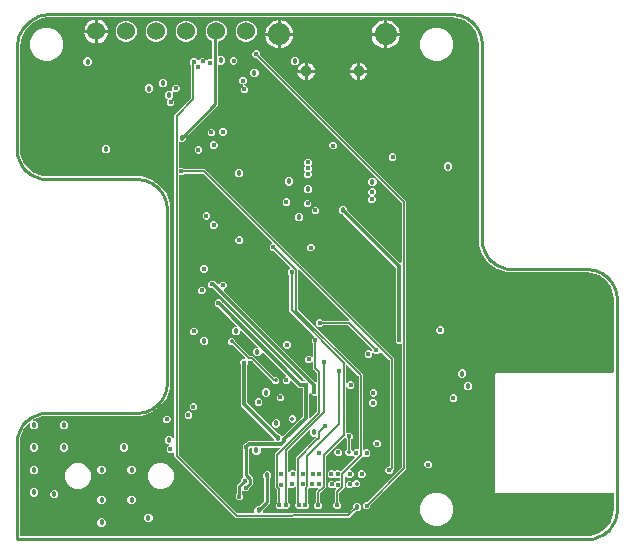
<source format=gbr>
G04 EAGLE Gerber RS-274X export*
G75*
%MOMM*%
%FSLAX34Y34*%
%LPD*%
%INCopper Layer 15*%
%IPPOS*%
%AMOC8*
5,1,8,0,0,1.08239X$1,22.5*%
G01*
%ADD10C,1.875000*%
%ADD11C,0.975000*%
%ADD12C,1.524000*%
%ADD13C,0.403200*%
%ADD14C,0.381000*%
%ADD15C,0.457200*%
%ADD16C,0.127000*%
%ADD17C,0.304800*%
%ADD18C,0.228600*%
%ADD19C,0.355600*%
%ADD20C,0.406400*%
%ADD21C,0.254000*%

G36*
X482622Y2545D02*
X482622Y2545D01*
X482650Y2543D01*
X486126Y2816D01*
X486175Y2829D01*
X486273Y2845D01*
X492886Y4994D01*
X492891Y4997D01*
X492896Y4998D01*
X493063Y5084D01*
X498688Y9171D01*
X498692Y9176D01*
X498697Y9178D01*
X498829Y9312D01*
X502916Y14937D01*
X502918Y14942D01*
X502922Y14946D01*
X503006Y15114D01*
X505155Y21727D01*
X505161Y21777D01*
X505184Y21874D01*
X505457Y25350D01*
X505455Y25372D01*
X505459Y25400D01*
X505459Y38354D01*
X505448Y38419D01*
X505446Y38485D01*
X505428Y38528D01*
X505420Y38575D01*
X505386Y38632D01*
X505361Y38692D01*
X505330Y38727D01*
X505305Y38768D01*
X505254Y38810D01*
X505210Y38858D01*
X505168Y38880D01*
X505131Y38909D01*
X505069Y38930D01*
X505010Y38961D01*
X504956Y38969D01*
X504919Y38981D01*
X504879Y38980D01*
X504825Y38988D01*
X405002Y38988D01*
X405002Y140199D01*
X405901Y141098D01*
X504825Y141098D01*
X504890Y141109D01*
X504956Y141111D01*
X504999Y141129D01*
X505046Y141137D01*
X505103Y141171D01*
X505163Y141196D01*
X505198Y141227D01*
X505239Y141252D01*
X505281Y141303D01*
X505329Y141347D01*
X505351Y141389D01*
X505380Y141426D01*
X505401Y141488D01*
X505432Y141547D01*
X505440Y141601D01*
X505452Y141638D01*
X505451Y141678D01*
X505459Y141732D01*
X505459Y203200D01*
X505455Y203222D01*
X505457Y203250D01*
X505184Y206726D01*
X505171Y206775D01*
X505155Y206873D01*
X503006Y213486D01*
X503003Y213491D01*
X503002Y213496D01*
X502916Y213663D01*
X498829Y219288D01*
X498824Y219292D01*
X498822Y219297D01*
X498688Y219429D01*
X493063Y223516D01*
X493058Y223518D01*
X493054Y223522D01*
X492886Y223606D01*
X486273Y225755D01*
X486223Y225761D01*
X486127Y225784D01*
X482650Y226057D01*
X482628Y226055D01*
X482600Y226059D01*
X414675Y226059D01*
X406257Y228794D01*
X399097Y233997D01*
X393894Y241157D01*
X391159Y249575D01*
X391159Y419100D01*
X391155Y419122D01*
X391157Y419150D01*
X390884Y422626D01*
X390871Y422675D01*
X390855Y422773D01*
X388706Y429386D01*
X388703Y429391D01*
X388702Y429396D01*
X388616Y429563D01*
X384529Y435188D01*
X384524Y435192D01*
X384522Y435197D01*
X384388Y435329D01*
X378763Y439416D01*
X378758Y439418D01*
X378754Y439422D01*
X378586Y439506D01*
X371973Y441655D01*
X371923Y441661D01*
X371826Y441684D01*
X368350Y441957D01*
X368328Y441955D01*
X368300Y441959D01*
X25649Y441959D01*
X25603Y441951D01*
X25530Y441948D01*
X21690Y441213D01*
X21643Y441194D01*
X21548Y441168D01*
X14257Y437870D01*
X14252Y437866D01*
X14247Y437865D01*
X14091Y437760D01*
X8176Y432371D01*
X8173Y432366D01*
X8168Y432363D01*
X8052Y432216D01*
X4093Y425262D01*
X4092Y425260D01*
X4090Y425257D01*
X4089Y425255D01*
X4087Y425253D01*
X4023Y425077D01*
X2406Y417240D01*
X2404Y417190D01*
X2393Y417092D01*
X2489Y414097D01*
X2496Y414065D01*
X2494Y414033D01*
X2519Y413956D01*
X2536Y413877D01*
X2541Y413870D01*
X2541Y412926D01*
X2546Y412896D01*
X2545Y412856D01*
X2643Y411967D01*
X2620Y411938D01*
X2605Y411894D01*
X2573Y411835D01*
X2572Y411828D01*
X2568Y411822D01*
X2559Y411760D01*
X2548Y411726D01*
X2549Y411690D01*
X2541Y411636D01*
X2541Y330200D01*
X2545Y330178D01*
X2543Y330150D01*
X2816Y326674D01*
X2829Y326625D01*
X2845Y326527D01*
X4994Y319914D01*
X4997Y319909D01*
X4998Y319904D01*
X5084Y319737D01*
X9171Y314112D01*
X9176Y314108D01*
X9178Y314103D01*
X9312Y313971D01*
X14937Y309884D01*
X14942Y309882D01*
X14946Y309878D01*
X15114Y309794D01*
X21727Y307645D01*
X21732Y307645D01*
X21736Y307643D01*
X21802Y307633D01*
X21874Y307616D01*
X25350Y307343D01*
X25372Y307345D01*
X25400Y307341D01*
X106025Y307341D01*
X114443Y304606D01*
X121603Y299403D01*
X126806Y292243D01*
X129541Y283825D01*
X129541Y128163D01*
X126806Y119745D01*
X121603Y112585D01*
X114443Y107382D01*
X106025Y104647D01*
X25400Y104647D01*
X25378Y104643D01*
X25350Y104645D01*
X21874Y104372D01*
X21825Y104359D01*
X21727Y104343D01*
X15114Y102194D01*
X15109Y102191D01*
X15104Y102190D01*
X14937Y102104D01*
X14076Y101478D01*
X14058Y101459D01*
X14035Y101445D01*
X13980Y101378D01*
X13921Y101316D01*
X13910Y101292D01*
X13893Y101271D01*
X13866Y101190D01*
X13832Y101110D01*
X13830Y101084D01*
X13822Y101059D01*
X13824Y100973D01*
X13820Y100886D01*
X13827Y100861D01*
X13828Y100834D01*
X13861Y100755D01*
X13886Y100672D01*
X13903Y100651D01*
X13913Y100627D01*
X13971Y100563D01*
X14023Y100495D01*
X14046Y100481D01*
X14064Y100461D01*
X14141Y100421D01*
X14214Y100376D01*
X14240Y100371D01*
X14264Y100358D01*
X14396Y100339D01*
X14434Y100331D01*
X14441Y100332D01*
X14449Y100331D01*
X16205Y100331D01*
X18289Y98247D01*
X18289Y95301D01*
X16205Y93217D01*
X13259Y93217D01*
X11175Y95301D01*
X11175Y98126D01*
X11168Y98165D01*
X11170Y98204D01*
X11149Y98274D01*
X11136Y98347D01*
X11115Y98381D01*
X11104Y98419D01*
X11059Y98477D01*
X11021Y98540D01*
X10991Y98565D01*
X10966Y98596D01*
X10904Y98635D01*
X10847Y98681D01*
X10810Y98694D01*
X10776Y98715D01*
X10704Y98730D01*
X10635Y98753D01*
X10595Y98752D01*
X10556Y98760D01*
X10484Y98749D01*
X10410Y98746D01*
X10374Y98732D01*
X10334Y98725D01*
X10249Y98681D01*
X10203Y98662D01*
X10189Y98650D01*
X10168Y98639D01*
X9312Y98017D01*
X9308Y98012D01*
X9303Y98010D01*
X9171Y97876D01*
X5084Y92251D01*
X5082Y92246D01*
X5078Y92242D01*
X4994Y92074D01*
X2845Y85461D01*
X2839Y85411D01*
X2816Y85314D01*
X2543Y81838D01*
X2545Y81816D01*
X2541Y81788D01*
X2541Y3175D01*
X2552Y3110D01*
X2554Y3044D01*
X2572Y3001D01*
X2580Y2954D01*
X2614Y2897D01*
X2639Y2837D01*
X2670Y2802D01*
X2695Y2761D01*
X2746Y2719D01*
X2790Y2671D01*
X2832Y2649D01*
X2869Y2620D01*
X2931Y2599D01*
X2990Y2568D01*
X3044Y2560D01*
X3081Y2548D01*
X3121Y2549D01*
X3175Y2541D01*
X482600Y2541D01*
X482622Y2545D01*
G37*
%LPC*%
G36*
X184837Y18715D02*
X184837Y18715D01*
X184837Y18716D01*
X184104Y19447D01*
X184098Y19455D01*
X133476Y70077D01*
X133476Y73606D01*
X133464Y73676D01*
X133463Y73707D01*
X133458Y73719D01*
X133451Y73782D01*
X133441Y73803D01*
X133437Y73827D01*
X133391Y73904D01*
X133352Y73983D01*
X133335Y73999D01*
X133322Y74020D01*
X133253Y74076D01*
X133189Y74137D01*
X133167Y74146D01*
X133148Y74161D01*
X133064Y74190D01*
X132982Y74225D01*
X132958Y74226D01*
X132936Y74233D01*
X132847Y74231D01*
X132758Y74235D01*
X132735Y74227D01*
X132711Y74227D01*
X132629Y74193D01*
X132544Y74166D01*
X132523Y74150D01*
X132504Y74142D01*
X132466Y74108D01*
X132394Y74054D01*
X131363Y73024D01*
X128733Y73024D01*
X126872Y74885D01*
X126872Y77515D01*
X128791Y79435D01*
X128842Y79508D01*
X128898Y79577D01*
X128906Y79599D01*
X128919Y79619D01*
X128942Y79705D01*
X128970Y79789D01*
X128969Y79813D01*
X128975Y79836D01*
X128966Y79925D01*
X128964Y80014D01*
X128955Y80036D01*
X128952Y80059D01*
X128913Y80139D01*
X128879Y80221D01*
X128863Y80239D01*
X128853Y80260D01*
X128788Y80321D01*
X128728Y80387D01*
X128707Y80398D01*
X128689Y80414D01*
X128608Y80449D01*
X128528Y80490D01*
X128502Y80493D01*
X128483Y80502D01*
X128432Y80504D01*
X128343Y80517D01*
X127559Y80517D01*
X125475Y82601D01*
X125475Y85547D01*
X127559Y87631D01*
X130505Y87631D01*
X132394Y85742D01*
X132467Y85692D01*
X132536Y85636D01*
X132558Y85628D01*
X132578Y85614D01*
X132664Y85592D01*
X132748Y85564D01*
X132772Y85564D01*
X132795Y85558D01*
X132884Y85568D01*
X132973Y85570D01*
X132995Y85579D01*
X133018Y85582D01*
X133098Y85621D01*
X133180Y85655D01*
X133198Y85671D01*
X133219Y85681D01*
X133280Y85746D01*
X133346Y85806D01*
X133357Y85827D01*
X133373Y85844D01*
X133408Y85926D01*
X133449Y86006D01*
X133452Y86032D01*
X133461Y86051D01*
X133463Y86101D01*
X133476Y86191D01*
X133476Y359448D01*
X147514Y373486D01*
X147539Y373521D01*
X147570Y373550D01*
X147602Y373613D01*
X147643Y373670D01*
X147653Y373712D01*
X147673Y373749D01*
X147686Y373839D01*
X147699Y373888D01*
X147696Y373909D01*
X147700Y373935D01*
X147700Y401520D01*
X147693Y401562D01*
X147695Y401604D01*
X147673Y401671D01*
X147661Y401741D01*
X147639Y401777D01*
X147626Y401818D01*
X147572Y401890D01*
X147546Y401934D01*
X147530Y401947D01*
X147514Y401968D01*
X146684Y402799D01*
X146684Y405429D01*
X148545Y407290D01*
X151175Y407290D01*
X153036Y405429D01*
X153036Y403352D01*
X153047Y403287D01*
X153049Y403221D01*
X153067Y403178D01*
X153075Y403131D01*
X153109Y403074D01*
X153134Y403014D01*
X153165Y402979D01*
X153190Y402938D01*
X153241Y402896D01*
X153285Y402848D01*
X153327Y402826D01*
X153364Y402797D01*
X153426Y402776D01*
X153485Y402745D01*
X153539Y402737D01*
X153576Y402725D01*
X153616Y402726D01*
X153670Y402718D01*
X153735Y402729D01*
X153801Y402731D01*
X153844Y402749D01*
X153891Y402757D01*
X153948Y402791D01*
X154008Y402816D01*
X154043Y402847D01*
X154084Y402872D01*
X154126Y402923D01*
X154174Y402967D01*
X154196Y403009D01*
X154225Y403046D01*
X154246Y403108D01*
X154277Y403167D01*
X154285Y403221D01*
X154297Y403258D01*
X154296Y403290D01*
X154297Y403293D01*
X154297Y403303D01*
X154304Y403352D01*
X154304Y405937D01*
X156165Y407798D01*
X158795Y407798D01*
X160588Y406006D01*
X160642Y405968D01*
X160689Y405923D01*
X160733Y405905D01*
X160772Y405878D01*
X160835Y405861D01*
X160896Y405836D01*
X160943Y405833D01*
X160989Y405822D01*
X161054Y405828D01*
X161120Y405826D01*
X161165Y405840D01*
X161212Y405845D01*
X161271Y405874D01*
X161334Y405894D01*
X161378Y405927D01*
X161413Y405944D01*
X161440Y405973D01*
X161485Y406006D01*
X162007Y406528D01*
X164720Y406528D01*
X164784Y406539D01*
X164850Y406541D01*
X164894Y406559D01*
X164940Y406567D01*
X164997Y406601D01*
X165058Y406626D01*
X165093Y406657D01*
X165134Y406682D01*
X165175Y406733D01*
X165224Y406777D01*
X165245Y406819D01*
X165275Y406856D01*
X165296Y406918D01*
X165326Y406977D01*
X165334Y407031D01*
X165347Y407068D01*
X165346Y407096D01*
X165347Y407099D01*
X165347Y407113D01*
X165354Y407162D01*
X165354Y421394D01*
X165344Y421447D01*
X165345Y421501D01*
X165325Y421557D01*
X165314Y421614D01*
X165287Y421661D01*
X165268Y421712D01*
X165230Y421757D01*
X165200Y421808D01*
X165158Y421842D01*
X165123Y421883D01*
X165062Y421920D01*
X165026Y421949D01*
X164997Y421959D01*
X164963Y421980D01*
X163830Y422449D01*
X161329Y424950D01*
X159975Y428218D01*
X159975Y431754D01*
X161329Y435022D01*
X163830Y437523D01*
X167098Y438877D01*
X170634Y438877D01*
X173902Y437523D01*
X176403Y435022D01*
X177757Y431754D01*
X177757Y428218D01*
X176403Y424950D01*
X173902Y422449D01*
X170573Y421070D01*
X170527Y421041D01*
X170477Y421020D01*
X170434Y420981D01*
X170384Y420949D01*
X170352Y420905D01*
X170312Y420869D01*
X170285Y420816D01*
X170249Y420769D01*
X170234Y420717D01*
X170209Y420669D01*
X170199Y420599D01*
X170185Y420554D01*
X170187Y420524D01*
X170181Y420484D01*
X170181Y409153D01*
X170197Y409065D01*
X170206Y408976D01*
X170217Y408955D01*
X170221Y408932D01*
X170266Y408855D01*
X170306Y408775D01*
X170323Y408759D01*
X170335Y408738D01*
X170404Y408682D01*
X170469Y408621D01*
X170491Y408612D01*
X170509Y408597D01*
X170594Y408569D01*
X170676Y408534D01*
X170699Y408533D01*
X170722Y408525D01*
X170811Y408528D01*
X170900Y408524D01*
X170922Y408531D01*
X170946Y408532D01*
X171029Y408565D01*
X171113Y408593D01*
X171135Y408608D01*
X171154Y408616D01*
X171191Y408650D01*
X171264Y408704D01*
X171501Y408941D01*
X174447Y408941D01*
X176531Y406857D01*
X176531Y403911D01*
X174447Y401827D01*
X171501Y401827D01*
X171264Y402064D01*
X171191Y402115D01*
X171122Y402171D01*
X171099Y402179D01*
X171080Y402192D01*
X170994Y402214D01*
X170909Y402243D01*
X170885Y402242D01*
X170862Y402248D01*
X170774Y402239D01*
X170685Y402236D01*
X170663Y402227D01*
X170639Y402225D01*
X170559Y402185D01*
X170477Y402152D01*
X170460Y402136D01*
X170438Y402125D01*
X170377Y402060D01*
X170311Y402001D01*
X170301Y401980D01*
X170284Y401962D01*
X170250Y401880D01*
X170209Y401801D01*
X170205Y401775D01*
X170197Y401756D01*
X170195Y401705D01*
X170181Y401616D01*
X170181Y369436D01*
X170181Y367173D01*
X169462Y366455D01*
X143443Y340435D01*
X143418Y340400D01*
X143387Y340371D01*
X143355Y340309D01*
X143314Y340251D01*
X143304Y340210D01*
X143284Y340172D01*
X143271Y340082D01*
X143266Y340061D01*
X143264Y340055D01*
X143264Y340054D01*
X143258Y340033D01*
X143261Y340013D01*
X143257Y339986D01*
X143257Y338633D01*
X141173Y336549D01*
X138126Y336549D01*
X138100Y336556D01*
X138016Y336584D01*
X137992Y336584D01*
X137969Y336590D01*
X137880Y336580D01*
X137791Y336578D01*
X137770Y336569D01*
X137746Y336566D01*
X137666Y336527D01*
X137584Y336493D01*
X137566Y336478D01*
X137545Y336467D01*
X137484Y336402D01*
X137418Y336342D01*
X137407Y336321D01*
X137391Y336304D01*
X137356Y336222D01*
X137315Y336142D01*
X137312Y336116D01*
X137303Y336097D01*
X137301Y336047D01*
X137288Y335957D01*
X137288Y315214D01*
X137299Y315149D01*
X137301Y315083D01*
X137319Y315040D01*
X137327Y314993D01*
X137361Y314936D01*
X137386Y314876D01*
X137417Y314841D01*
X137442Y314800D01*
X137493Y314758D01*
X137537Y314710D01*
X137579Y314688D01*
X137616Y314659D01*
X137678Y314638D01*
X137737Y314607D01*
X137791Y314599D01*
X137828Y314587D01*
X137868Y314588D01*
X137922Y314580D01*
X140507Y314580D01*
X141592Y313496D01*
X141623Y313474D01*
X141642Y313453D01*
X141644Y313452D01*
X141655Y313440D01*
X141718Y313408D01*
X141776Y313367D01*
X141817Y313357D01*
X141855Y313337D01*
X141944Y313324D01*
X141993Y313311D01*
X142014Y313314D01*
X142040Y313310D01*
X159539Y313310D01*
X319406Y153443D01*
X319406Y59917D01*
X318576Y59086D01*
X318551Y59052D01*
X318520Y59023D01*
X318488Y58960D01*
X318447Y58902D01*
X318437Y58861D01*
X318417Y58823D01*
X318404Y58734D01*
X318391Y58685D01*
X318394Y58664D01*
X318390Y58638D01*
X318390Y57105D01*
X316529Y55244D01*
X313899Y55244D01*
X312038Y57105D01*
X312038Y59735D01*
X313899Y61596D01*
X314960Y61596D01*
X315025Y61607D01*
X315091Y61609D01*
X315134Y61627D01*
X315181Y61635D01*
X315238Y61669D01*
X315298Y61694D01*
X315333Y61725D01*
X315374Y61750D01*
X315416Y61801D01*
X315464Y61845D01*
X315486Y61887D01*
X315515Y61924D01*
X315536Y61986D01*
X315567Y62045D01*
X315575Y62099D01*
X315587Y62136D01*
X315586Y62176D01*
X315594Y62230D01*
X315594Y151602D01*
X315587Y151644D01*
X315589Y151686D01*
X315581Y151710D01*
X315581Y151720D01*
X315567Y151754D01*
X315555Y151823D01*
X315533Y151859D01*
X315520Y151900D01*
X315466Y151972D01*
X315440Y152016D01*
X315424Y152029D01*
X315408Y152050D01*
X308550Y158908D01*
X308477Y158959D01*
X308408Y159015D01*
X308386Y159023D01*
X308366Y159037D01*
X308280Y159059D01*
X308196Y159087D01*
X308172Y159087D01*
X308149Y159092D01*
X308060Y159083D01*
X307971Y159081D01*
X307949Y159072D01*
X307926Y159069D01*
X307846Y159030D01*
X307764Y158996D01*
X307746Y158980D01*
X307725Y158970D01*
X307664Y158905D01*
X307598Y158845D01*
X307587Y158824D01*
X305607Y156844D01*
X302977Y156844D01*
X301946Y157874D01*
X301873Y157925D01*
X301804Y157981D01*
X301782Y157989D01*
X301762Y158002D01*
X301676Y158025D01*
X301592Y158053D01*
X301568Y158052D01*
X301545Y158058D01*
X301456Y158049D01*
X301367Y158047D01*
X301345Y158038D01*
X301322Y158035D01*
X301242Y157996D01*
X301160Y157962D01*
X301142Y157946D01*
X301121Y157936D01*
X301060Y157871D01*
X300994Y157811D01*
X300983Y157790D01*
X300967Y157772D01*
X300932Y157691D01*
X300891Y157611D01*
X300888Y157585D01*
X300879Y157566D01*
X300877Y157515D01*
X300864Y157426D01*
X300864Y155403D01*
X299003Y153542D01*
X296373Y153542D01*
X294512Y155403D01*
X294512Y158033D01*
X296373Y159894D01*
X299003Y159894D01*
X300034Y158864D01*
X300107Y158813D01*
X300176Y158757D01*
X300198Y158749D01*
X300218Y158736D01*
X300304Y158713D01*
X300388Y158685D01*
X300412Y158686D01*
X300435Y158680D01*
X300524Y158689D01*
X300613Y158691D01*
X300635Y158700D01*
X300658Y158703D01*
X300738Y158742D01*
X300820Y158776D01*
X300838Y158792D01*
X300859Y158802D01*
X300920Y158867D01*
X300986Y158927D01*
X300997Y158948D01*
X301013Y158966D01*
X301048Y159047D01*
X301089Y159127D01*
X301092Y159153D01*
X301101Y159172D01*
X301103Y159223D01*
X301116Y159312D01*
X301116Y160238D01*
X301109Y160280D01*
X301111Y160322D01*
X301089Y160389D01*
X301077Y160459D01*
X301055Y160495D01*
X301042Y160536D01*
X300988Y160608D01*
X300962Y160652D01*
X300946Y160665D01*
X300930Y160686D01*
X280574Y181042D01*
X280540Y181067D01*
X280511Y181098D01*
X280448Y181130D01*
X280390Y181171D01*
X280349Y181181D01*
X280311Y181201D01*
X280222Y181214D01*
X280173Y181227D01*
X280152Y181224D01*
X280126Y181228D01*
X259388Y181228D01*
X259346Y181221D01*
X259304Y181223D01*
X259237Y181201D01*
X259167Y181189D01*
X259131Y181167D01*
X259090Y181154D01*
X259018Y181100D01*
X258974Y181074D01*
X258961Y181058D01*
X258940Y181042D01*
X257855Y179958D01*
X255225Y179958D01*
X253364Y181819D01*
X253364Y184449D01*
X255225Y186310D01*
X257855Y186310D01*
X258940Y185226D01*
X258974Y185201D01*
X259003Y185170D01*
X259066Y185138D01*
X259124Y185097D01*
X259165Y185087D01*
X259203Y185067D01*
X259292Y185054D01*
X259341Y185041D01*
X259362Y185044D01*
X259388Y185040D01*
X280888Y185040D01*
X280976Y185056D01*
X281064Y185065D01*
X281085Y185075D01*
X281109Y185079D01*
X281185Y185125D01*
X281265Y185164D01*
X281282Y185181D01*
X281302Y185194D01*
X281358Y185263D01*
X281419Y185327D01*
X281428Y185349D01*
X281443Y185368D01*
X281472Y185452D01*
X281507Y185534D01*
X281508Y185558D01*
X281515Y185580D01*
X281513Y185669D01*
X281517Y185758D01*
X281509Y185781D01*
X281509Y185805D01*
X281475Y185887D01*
X281448Y185972D01*
X281432Y185993D01*
X281424Y186012D01*
X281390Y186050D01*
X281336Y186122D01*
X239462Y227996D01*
X239389Y228047D01*
X239320Y228103D01*
X239298Y228111D01*
X239278Y228125D01*
X239192Y228147D01*
X239108Y228175D01*
X239084Y228175D01*
X239061Y228180D01*
X238972Y228171D01*
X238883Y228169D01*
X238861Y228160D01*
X238838Y228157D01*
X238758Y228118D01*
X238676Y228084D01*
X238658Y228068D01*
X238637Y228058D01*
X238576Y227993D01*
X238510Y227933D01*
X238499Y227912D01*
X238483Y227895D01*
X238448Y227813D01*
X238407Y227733D01*
X238404Y227707D01*
X238395Y227688D01*
X238393Y227638D01*
X238380Y227548D01*
X238380Y194690D01*
X238387Y194649D01*
X238385Y194606D01*
X238407Y194539D01*
X238419Y194470D01*
X238441Y194433D01*
X238454Y194393D01*
X238508Y194320D01*
X238534Y194276D01*
X238550Y194263D01*
X238566Y194242D01*
X293244Y139564D01*
X293244Y76000D01*
X293259Y75912D01*
X293269Y75824D01*
X293279Y75803D01*
X293283Y75779D01*
X293329Y75703D01*
X293368Y75623D01*
X293385Y75607D01*
X293398Y75586D01*
X293467Y75530D01*
X293531Y75469D01*
X293553Y75460D01*
X293572Y75445D01*
X293656Y75416D01*
X293738Y75381D01*
X293762Y75380D01*
X293784Y75373D01*
X293873Y75375D01*
X293962Y75371D01*
X293985Y75379D01*
X294009Y75379D01*
X294091Y75413D01*
X294176Y75440D01*
X294197Y75456D01*
X294216Y75464D01*
X294254Y75498D01*
X294326Y75552D01*
X294849Y76074D01*
X297479Y76074D01*
X299340Y74213D01*
X299340Y71583D01*
X297479Y69722D01*
X294849Y69722D01*
X294091Y70480D01*
X294037Y70518D01*
X293989Y70563D01*
X293945Y70581D01*
X293906Y70608D01*
X293843Y70625D01*
X293782Y70650D01*
X293735Y70653D01*
X293689Y70664D01*
X293624Y70657D01*
X293558Y70660D01*
X293513Y70646D01*
X293466Y70641D01*
X293407Y70612D01*
X293344Y70592D01*
X293300Y70559D01*
X293265Y70542D01*
X293238Y70513D01*
X293194Y70480D01*
X282090Y59376D01*
X282039Y59303D01*
X281983Y59234D01*
X281975Y59212D01*
X281962Y59192D01*
X281939Y59106D01*
X281911Y59022D01*
X281912Y58998D01*
X281906Y58975D01*
X281915Y58886D01*
X281918Y58797D01*
X281926Y58775D01*
X281929Y58752D01*
X281968Y58672D01*
X282002Y58590D01*
X282018Y58572D01*
X282028Y58551D01*
X282093Y58490D01*
X282153Y58424D01*
X282174Y58413D01*
X282192Y58397D01*
X282274Y58362D01*
X282353Y58321D01*
X282379Y58318D01*
X282398Y58309D01*
X282449Y58307D01*
X282538Y58294D01*
X283255Y58294D01*
X285116Y56433D01*
X285116Y53803D01*
X283255Y51942D01*
X280625Y51942D01*
X278764Y53803D01*
X278764Y54520D01*
X278750Y54597D01*
X278745Y54675D01*
X278731Y54707D01*
X278725Y54741D01*
X278685Y54808D01*
X278652Y54880D01*
X278628Y54904D01*
X278610Y54934D01*
X278550Y54983D01*
X278494Y55039D01*
X278463Y55053D01*
X278436Y55075D01*
X278362Y55100D01*
X278291Y55133D01*
X278256Y55136D01*
X278224Y55147D01*
X278145Y55145D01*
X278067Y55151D01*
X278034Y55141D01*
X277999Y55140D01*
X277927Y55111D01*
X277851Y55090D01*
X277823Y55069D01*
X277792Y55056D01*
X277734Y55003D01*
X277670Y54957D01*
X277648Y54925D01*
X277626Y54905D01*
X277604Y54863D01*
X277563Y54803D01*
X277548Y54752D01*
X277523Y54705D01*
X277513Y54633D01*
X277499Y54588D01*
X277502Y54558D01*
X277496Y54520D01*
X277496Y43860D01*
X273364Y39728D01*
X273339Y39693D01*
X273308Y39665D01*
X273276Y39602D01*
X273235Y39544D01*
X273225Y39503D01*
X273205Y39465D01*
X273192Y39375D01*
X273179Y39327D01*
X273182Y39306D01*
X273178Y39280D01*
X273178Y31550D01*
X273185Y31508D01*
X273183Y31466D01*
X273205Y31399D01*
X273217Y31329D01*
X273239Y31293D01*
X273252Y31252D01*
X273306Y31180D01*
X273332Y31136D01*
X273348Y31123D01*
X273364Y31102D01*
X274448Y30017D01*
X274448Y27387D01*
X272587Y25526D01*
X269957Y25526D01*
X268096Y27387D01*
X268096Y30017D01*
X269180Y31102D01*
X269205Y31136D01*
X269236Y31165D01*
X269268Y31228D01*
X269309Y31286D01*
X269319Y31327D01*
X269339Y31365D01*
X269352Y31454D01*
X269365Y31503D01*
X269362Y31524D01*
X269366Y31550D01*
X269366Y41121D01*
X270432Y42187D01*
X270470Y42241D01*
X270515Y42289D01*
X270534Y42333D01*
X270561Y42372D01*
X270577Y42435D01*
X270603Y42496D01*
X270605Y42543D01*
X270616Y42589D01*
X270610Y42654D01*
X270613Y42720D01*
X270598Y42765D01*
X270593Y42812D01*
X270564Y42871D01*
X270544Y42934D01*
X270511Y42978D01*
X270494Y43013D01*
X270465Y43040D01*
X270432Y43084D01*
X269561Y43955D01*
X269507Y43993D01*
X269460Y44038D01*
X269416Y44056D01*
X269377Y44083D01*
X269314Y44100D01*
X269253Y44125D01*
X269206Y44128D01*
X269160Y44139D01*
X269095Y44133D01*
X269029Y44135D01*
X268984Y44121D01*
X268937Y44116D01*
X268878Y44087D01*
X268815Y44067D01*
X268771Y44034D01*
X268736Y44017D01*
X268709Y43988D01*
X268664Y43955D01*
X268015Y43306D01*
X265385Y43306D01*
X263524Y45167D01*
X263524Y47797D01*
X265385Y49658D01*
X268015Y49658D01*
X268918Y48755D01*
X268973Y48717D01*
X269020Y48672D01*
X269064Y48654D01*
X269103Y48627D01*
X269166Y48610D01*
X269227Y48585D01*
X269274Y48582D01*
X269320Y48571D01*
X269385Y48577D01*
X269451Y48575D01*
X269496Y48589D01*
X269543Y48594D01*
X269602Y48623D01*
X269665Y48643D01*
X269709Y48676D01*
X269744Y48693D01*
X269771Y48722D01*
X269815Y48755D01*
X270465Y49404D01*
X273050Y49404D01*
X273115Y49415D01*
X273181Y49417D01*
X273224Y49435D01*
X273271Y49443D01*
X273328Y49477D01*
X273388Y49502D01*
X273423Y49533D01*
X273464Y49558D01*
X273506Y49609D01*
X273554Y49653D01*
X273576Y49695D01*
X273605Y49732D01*
X273626Y49794D01*
X273657Y49853D01*
X273665Y49907D01*
X273677Y49944D01*
X273676Y49984D01*
X273684Y50038D01*
X273684Y51308D01*
X273673Y51373D01*
X273671Y51439D01*
X273653Y51482D01*
X273645Y51529D01*
X273611Y51586D01*
X273586Y51646D01*
X273555Y51681D01*
X273530Y51722D01*
X273479Y51764D01*
X273435Y51812D01*
X273393Y51834D01*
X273356Y51863D01*
X273294Y51884D01*
X273235Y51915D01*
X273181Y51923D01*
X273144Y51935D01*
X273104Y51934D01*
X273050Y51942D01*
X270465Y51942D01*
X269561Y52845D01*
X269507Y52883D01*
X269460Y52928D01*
X269416Y52946D01*
X269377Y52973D01*
X269314Y52990D01*
X269253Y53015D01*
X269206Y53018D01*
X269160Y53029D01*
X269095Y53023D01*
X269029Y53025D01*
X268984Y53011D01*
X268937Y53006D01*
X268878Y52977D01*
X268815Y52957D01*
X268771Y52924D01*
X268736Y52907D01*
X268709Y52878D01*
X268664Y52845D01*
X267761Y51942D01*
X265131Y51942D01*
X263270Y53803D01*
X263270Y56433D01*
X265131Y58294D01*
X267761Y58294D01*
X268664Y57391D01*
X268719Y57353D01*
X268766Y57308D01*
X268810Y57290D01*
X268849Y57263D01*
X268912Y57246D01*
X268973Y57221D01*
X269020Y57218D01*
X269066Y57207D01*
X269131Y57213D01*
X269197Y57211D01*
X269242Y57225D01*
X269289Y57230D01*
X269348Y57259D01*
X269411Y57279D01*
X269455Y57312D01*
X269490Y57329D01*
X269517Y57358D01*
X269561Y57391D01*
X270465Y58294D01*
X273095Y58294D01*
X273908Y57482D01*
X273962Y57444D01*
X274010Y57399D01*
X274053Y57380D01*
X274092Y57353D01*
X274156Y57337D01*
X274216Y57311D01*
X274263Y57309D01*
X274309Y57298D01*
X274375Y57304D01*
X274440Y57301D01*
X274485Y57316D01*
X274532Y57321D01*
X274591Y57350D01*
X274654Y57370D01*
X274698Y57403D01*
X274733Y57420D01*
X274760Y57449D01*
X274805Y57482D01*
X286180Y68857D01*
X286218Y68911D01*
X286263Y68959D01*
X286282Y69003D01*
X286309Y69042D01*
X286325Y69105D01*
X286351Y69166D01*
X286353Y69213D01*
X286364Y69259D01*
X286358Y69324D01*
X286361Y69390D01*
X286346Y69435D01*
X286341Y69482D01*
X286312Y69541D01*
X286292Y69604D01*
X286259Y69648D01*
X286242Y69683D01*
X286213Y69710D01*
X286180Y69754D01*
X284394Y71541D01*
X284340Y71578D01*
X284292Y71623D01*
X284249Y71642D01*
X284210Y71669D01*
X284146Y71685D01*
X284086Y71711D01*
X284038Y71713D01*
X283993Y71725D01*
X283927Y71718D01*
X283862Y71721D01*
X283817Y71706D01*
X283770Y71701D01*
X283711Y71672D01*
X283648Y71652D01*
X283604Y71619D01*
X283568Y71602D01*
X283541Y71573D01*
X283497Y71541D01*
X282568Y70611D01*
X280042Y70611D01*
X278256Y72397D01*
X278256Y74923D01*
X279213Y75880D01*
X279238Y75915D01*
X279269Y75944D01*
X279301Y76006D01*
X279342Y76064D01*
X279352Y76105D01*
X279372Y76143D01*
X279385Y76233D01*
X279398Y76282D01*
X279395Y76302D01*
X279399Y76329D01*
X279399Y84401D01*
X279392Y84443D01*
X279394Y84485D01*
X279372Y84552D01*
X279360Y84622D01*
X279338Y84658D01*
X279325Y84699D01*
X279271Y84772D01*
X279245Y84815D01*
X279229Y84828D01*
X279214Y84849D01*
X278089Y85974D01*
X278035Y86012D01*
X277987Y86057D01*
X277943Y86075D01*
X277904Y86102D01*
X277841Y86119D01*
X277780Y86144D01*
X277733Y86147D01*
X277687Y86158D01*
X277622Y86151D01*
X277556Y86154D01*
X277511Y86140D01*
X277464Y86135D01*
X277405Y86106D01*
X277342Y86086D01*
X277298Y86053D01*
X277263Y86036D01*
X277236Y86007D01*
X277192Y85974D01*
X261934Y70716D01*
X261909Y70681D01*
X261878Y70653D01*
X261846Y70590D01*
X261805Y70532D01*
X261795Y70491D01*
X261775Y70453D01*
X261762Y70363D01*
X261749Y70315D01*
X261752Y70294D01*
X261748Y70268D01*
X261748Y43860D01*
X257108Y39220D01*
X257083Y39185D01*
X257052Y39157D01*
X257020Y39094D01*
X256979Y39036D01*
X256969Y38995D01*
X256949Y38957D01*
X256936Y38867D01*
X256923Y38819D01*
X256926Y38798D01*
X256922Y38772D01*
X256922Y31550D01*
X256929Y31508D01*
X256927Y31466D01*
X256949Y31399D01*
X256961Y31329D01*
X256983Y31293D01*
X256996Y31252D01*
X257050Y31180D01*
X257076Y31136D01*
X257092Y31123D01*
X257108Y31102D01*
X258192Y30017D01*
X258192Y27387D01*
X256331Y25526D01*
X253701Y25526D01*
X251840Y27387D01*
X251840Y30017D01*
X252924Y31102D01*
X252949Y31136D01*
X252980Y31165D01*
X253012Y31228D01*
X253053Y31286D01*
X253063Y31327D01*
X253083Y31365D01*
X253096Y31454D01*
X253109Y31503D01*
X253106Y31524D01*
X253110Y31550D01*
X253110Y40613D01*
X254721Y42224D01*
X254771Y42297D01*
X254828Y42366D01*
X254835Y42388D01*
X254849Y42408D01*
X254871Y42494D01*
X254899Y42578D01*
X254899Y42602D01*
X254905Y42625D01*
X254895Y42714D01*
X254893Y42803D01*
X254884Y42825D01*
X254881Y42848D01*
X254842Y42928D01*
X254809Y43010D01*
X254793Y43028D01*
X254782Y43049D01*
X254717Y43110D01*
X254657Y43176D01*
X254636Y43187D01*
X254619Y43203D01*
X254537Y43238D01*
X254458Y43279D01*
X254431Y43282D01*
X254412Y43291D01*
X254362Y43293D01*
X254272Y43306D01*
X254209Y43306D01*
X253305Y44209D01*
X253251Y44247D01*
X253204Y44292D01*
X253160Y44310D01*
X253121Y44337D01*
X253058Y44354D01*
X252997Y44379D01*
X252950Y44382D01*
X252904Y44393D01*
X252839Y44387D01*
X252773Y44389D01*
X252728Y44375D01*
X252681Y44370D01*
X252622Y44341D01*
X252559Y44321D01*
X252515Y44288D01*
X252480Y44271D01*
X252453Y44242D01*
X252408Y44209D01*
X251505Y43306D01*
X248875Y43306D01*
X248371Y43810D01*
X248317Y43848D01*
X248269Y43893D01*
X248225Y43911D01*
X248186Y43938D01*
X248123Y43955D01*
X248062Y43980D01*
X248015Y43983D01*
X247969Y43994D01*
X247904Y43987D01*
X247838Y43990D01*
X247793Y43976D01*
X247746Y43971D01*
X247687Y43942D01*
X247624Y43922D01*
X247580Y43889D01*
X247545Y43872D01*
X247518Y43843D01*
X247474Y43810D01*
X246566Y42903D01*
X246542Y42868D01*
X246511Y42840D01*
X246479Y42777D01*
X246438Y42719D01*
X246428Y42678D01*
X246408Y42640D01*
X246395Y42550D01*
X246382Y42502D01*
X246385Y42481D01*
X246381Y42455D01*
X246381Y31169D01*
X246388Y31127D01*
X246386Y31085D01*
X246408Y31018D01*
X246420Y30948D01*
X246442Y30912D01*
X246455Y30871D01*
X246509Y30799D01*
X246535Y30755D01*
X246551Y30742D01*
X246567Y30721D01*
X247270Y30017D01*
X247270Y27387D01*
X245409Y25526D01*
X242779Y25526D01*
X242002Y26302D01*
X241948Y26340D01*
X241901Y26385D01*
X241857Y26403D01*
X241818Y26430D01*
X241755Y26447D01*
X241694Y26472D01*
X241647Y26475D01*
X241601Y26486D01*
X241536Y26480D01*
X241470Y26482D01*
X241425Y26468D01*
X241378Y26463D01*
X241319Y26434D01*
X241256Y26414D01*
X241212Y26381D01*
X241177Y26364D01*
X241150Y26335D01*
X241105Y26302D01*
X240329Y25526D01*
X237699Y25526D01*
X235838Y27387D01*
X235838Y30017D01*
X236160Y30340D01*
X236185Y30375D01*
X236216Y30403D01*
X236248Y30466D01*
X236289Y30524D01*
X236299Y30565D01*
X236319Y30603D01*
X236332Y30692D01*
X236345Y30741D01*
X236342Y30762D01*
X236346Y30788D01*
X236346Y44142D01*
X236331Y44230D01*
X236321Y44318D01*
X236311Y44339D01*
X236307Y44363D01*
X236261Y44440D01*
X236222Y44519D01*
X236205Y44535D01*
X236192Y44556D01*
X236123Y44612D01*
X236059Y44673D01*
X236037Y44682D01*
X236018Y44697D01*
X235934Y44726D01*
X235852Y44761D01*
X235828Y44762D01*
X235806Y44769D01*
X235717Y44767D01*
X235628Y44771D01*
X235605Y44763D01*
X235581Y44763D01*
X235499Y44729D01*
X235414Y44702D01*
X235393Y44686D01*
X235374Y44678D01*
X235336Y44644D01*
X235264Y44590D01*
X233979Y43306D01*
X231349Y43306D01*
X230826Y43828D01*
X230753Y43879D01*
X230684Y43935D01*
X230662Y43943D01*
X230642Y43956D01*
X230556Y43979D01*
X230472Y44007D01*
X230448Y44006D01*
X230425Y44012D01*
X230336Y44003D01*
X230247Y44001D01*
X230225Y43992D01*
X230202Y43989D01*
X230122Y43950D01*
X230040Y43916D01*
X230022Y43900D01*
X230001Y43890D01*
X229940Y43825D01*
X229874Y43765D01*
X229863Y43744D01*
X229847Y43726D01*
X229812Y43644D01*
X229771Y43565D01*
X229768Y43539D01*
X229759Y43520D01*
X229757Y43469D01*
X229744Y43380D01*
X229744Y31550D01*
X229751Y31508D01*
X229749Y31466D01*
X229771Y31399D01*
X229783Y31329D01*
X229805Y31293D01*
X229818Y31252D01*
X229872Y31180D01*
X229898Y31136D01*
X229914Y31123D01*
X229930Y31102D01*
X231014Y30017D01*
X231014Y27387D01*
X229153Y25526D01*
X226523Y25526D01*
X225492Y26556D01*
X225438Y26594D01*
X225391Y26639D01*
X225347Y26657D01*
X225308Y26684D01*
X225245Y26701D01*
X225184Y26726D01*
X225137Y26729D01*
X225091Y26740D01*
X225026Y26734D01*
X224960Y26736D01*
X224915Y26722D01*
X224868Y26717D01*
X224809Y26688D01*
X224746Y26668D01*
X224702Y26635D01*
X224667Y26618D01*
X224640Y26589D01*
X224595Y26556D01*
X223565Y25526D01*
X220935Y25526D01*
X219074Y27387D01*
X219074Y30017D01*
X220158Y31102D01*
X220183Y31137D01*
X220214Y31165D01*
X220246Y31228D01*
X220287Y31286D01*
X220297Y31327D01*
X220317Y31365D01*
X220330Y31454D01*
X220343Y31503D01*
X220340Y31524D01*
X220344Y31550D01*
X220344Y41566D01*
X220337Y41608D01*
X220339Y41650D01*
X220317Y41717D01*
X220305Y41787D01*
X220283Y41823D01*
X220270Y41864D01*
X220216Y41936D01*
X220190Y41980D01*
X220174Y41993D01*
X220158Y42014D01*
X218312Y43860D01*
X218312Y72417D01*
X219614Y73719D01*
X222281Y76387D01*
X222332Y76460D01*
X222388Y76529D01*
X222396Y76551D01*
X222410Y76571D01*
X222432Y76657D01*
X222460Y76741D01*
X222460Y76765D01*
X222465Y76788D01*
X222456Y76877D01*
X222454Y76966D01*
X222445Y76988D01*
X222442Y77011D01*
X222403Y77091D01*
X222369Y77173D01*
X222353Y77191D01*
X222343Y77212D01*
X222278Y77273D01*
X222218Y77339D01*
X222197Y77350D01*
X222180Y77366D01*
X222098Y77401D01*
X222018Y77442D01*
X221992Y77445D01*
X221973Y77454D01*
X221923Y77456D01*
X221833Y77469D01*
X207137Y77469D01*
X207072Y77458D01*
X207006Y77456D01*
X206963Y77438D01*
X206916Y77430D01*
X206859Y77396D01*
X206799Y77371D01*
X206764Y77340D01*
X206723Y77315D01*
X206681Y77264D01*
X206633Y77220D01*
X206611Y77178D01*
X206582Y77141D01*
X206561Y77079D01*
X206530Y77020D01*
X206522Y76966D01*
X206510Y76929D01*
X206511Y76889D01*
X206503Y76835D01*
X206503Y73711D01*
X204419Y71627D01*
X201473Y71627D01*
X199389Y73711D01*
X199389Y76835D01*
X199378Y76900D01*
X199376Y76966D01*
X199358Y77009D01*
X199350Y77056D01*
X199316Y77113D01*
X199291Y77173D01*
X199260Y77208D01*
X199235Y77249D01*
X199184Y77291D01*
X199140Y77339D01*
X199098Y77361D01*
X199061Y77390D01*
X198999Y77411D01*
X198940Y77442D01*
X198886Y77450D01*
X198849Y77462D01*
X198809Y77461D01*
X198755Y77469D01*
X198120Y77469D01*
X198055Y77458D01*
X197989Y77456D01*
X197946Y77438D01*
X197899Y77430D01*
X197842Y77396D01*
X197782Y77371D01*
X197747Y77340D01*
X197706Y77315D01*
X197664Y77264D01*
X197616Y77220D01*
X197594Y77178D01*
X197565Y77141D01*
X197544Y77079D01*
X197513Y77020D01*
X197505Y76966D01*
X197493Y76929D01*
X197494Y76889D01*
X197486Y76835D01*
X197486Y76663D01*
X196910Y76086D01*
X196885Y76052D01*
X196854Y76023D01*
X196822Y75960D01*
X196781Y75902D01*
X196771Y75861D01*
X196751Y75823D01*
X196738Y75734D01*
X196725Y75685D01*
X196728Y75664D01*
X196724Y75638D01*
X196724Y55629D01*
X196731Y55587D01*
X196729Y55545D01*
X196751Y55478D01*
X196763Y55408D01*
X196785Y55372D01*
X196798Y55331D01*
X196852Y55259D01*
X196878Y55215D01*
X196894Y55202D01*
X196910Y55181D01*
X199772Y52318D01*
X199772Y46498D01*
X197037Y43763D01*
X197012Y43728D01*
X196981Y43699D01*
X196949Y43637D01*
X196908Y43579D01*
X196898Y43538D01*
X196878Y43500D01*
X196865Y43410D01*
X196852Y43361D01*
X196855Y43341D01*
X196851Y43314D01*
X196851Y42500D01*
X194990Y40639D01*
X192360Y40639D01*
X191964Y41034D01*
X191891Y41085D01*
X191822Y41141D01*
X191800Y41149D01*
X191780Y41162D01*
X191694Y41185D01*
X191610Y41213D01*
X191586Y41212D01*
X191563Y41218D01*
X191474Y41209D01*
X191385Y41207D01*
X191364Y41198D01*
X191340Y41195D01*
X191260Y41156D01*
X191178Y41122D01*
X191160Y41106D01*
X191139Y41096D01*
X191078Y41031D01*
X191012Y40971D01*
X191001Y40950D01*
X190985Y40932D01*
X190950Y40850D01*
X190909Y40771D01*
X190906Y40745D01*
X190897Y40726D01*
X190895Y40675D01*
X190882Y40586D01*
X190882Y38408D01*
X190889Y38366D01*
X190887Y38324D01*
X190909Y38257D01*
X190921Y38187D01*
X190943Y38151D01*
X190956Y38110D01*
X191010Y38038D01*
X191036Y37994D01*
X191052Y37981D01*
X191068Y37960D01*
X191644Y37383D01*
X191644Y34753D01*
X189783Y32892D01*
X187153Y32892D01*
X185292Y34753D01*
X185292Y37383D01*
X185868Y37960D01*
X185893Y37994D01*
X185924Y38023D01*
X185956Y38086D01*
X185997Y38144D01*
X186007Y38185D01*
X186027Y38223D01*
X186040Y38312D01*
X186053Y38361D01*
X186050Y38382D01*
X186054Y38408D01*
X186054Y45958D01*
X189678Y49582D01*
X189703Y49617D01*
X189734Y49646D01*
X189766Y49708D01*
X189807Y49766D01*
X189817Y49807D01*
X189837Y49845D01*
X189850Y49935D01*
X189863Y49984D01*
X189860Y50004D01*
X189864Y50031D01*
X189864Y50845D01*
X191710Y52692D01*
X191735Y52726D01*
X191766Y52755D01*
X191798Y52818D01*
X191839Y52876D01*
X191849Y52917D01*
X191869Y52955D01*
X191882Y53044D01*
X191895Y53093D01*
X191892Y53114D01*
X191896Y53140D01*
X191896Y75638D01*
X191889Y75680D01*
X191891Y75722D01*
X191869Y75789D01*
X191857Y75859D01*
X191835Y75895D01*
X191822Y75936D01*
X191768Y76008D01*
X191742Y76052D01*
X191726Y76065D01*
X191710Y76086D01*
X191134Y76663D01*
X191134Y79293D01*
X192995Y81154D01*
X193271Y81154D01*
X193312Y81161D01*
X193355Y81159D01*
X193422Y81181D01*
X193492Y81193D01*
X193528Y81215D01*
X193568Y81228D01*
X193641Y81282D01*
X193685Y81308D01*
X193698Y81324D01*
X193719Y81340D01*
X195438Y83059D01*
X217297Y83059D01*
X217362Y83070D01*
X217428Y83072D01*
X217471Y83090D01*
X217518Y83098D01*
X217575Y83132D01*
X217635Y83157D01*
X217670Y83188D01*
X217711Y83213D01*
X217753Y83264D01*
X217801Y83308D01*
X217823Y83350D01*
X217852Y83387D01*
X217873Y83449D01*
X217904Y83508D01*
X217912Y83562D01*
X217924Y83599D01*
X217923Y83628D01*
X217924Y83631D01*
X217924Y83644D01*
X217931Y83693D01*
X217931Y84686D01*
X217924Y84727D01*
X217926Y84770D01*
X217904Y84837D01*
X217892Y84907D01*
X217870Y84943D01*
X217857Y84983D01*
X217803Y85056D01*
X217777Y85100D01*
X217761Y85113D01*
X217745Y85134D01*
X189737Y113142D01*
X189737Y147647D01*
X189730Y147689D01*
X189732Y147731D01*
X189710Y147798D01*
X189698Y147868D01*
X189676Y147904D01*
X189663Y147945D01*
X189609Y148017D01*
X189583Y148061D01*
X189567Y148074D01*
X189551Y148095D01*
X189356Y148291D01*
X189356Y150921D01*
X191217Y152782D01*
X192750Y152782D01*
X192838Y152798D01*
X192926Y152807D01*
X192947Y152817D01*
X192971Y152821D01*
X193047Y152867D01*
X193127Y152906D01*
X193144Y152923D01*
X193164Y152936D01*
X193220Y153005D01*
X193281Y153069D01*
X193290Y153091D01*
X193305Y153110D01*
X193334Y153194D01*
X193369Y153276D01*
X193370Y153300D01*
X193377Y153322D01*
X193375Y153411D01*
X193379Y153500D01*
X193371Y153523D01*
X193371Y153547D01*
X193337Y153629D01*
X193310Y153714D01*
X193294Y153735D01*
X193286Y153754D01*
X193252Y153792D01*
X193198Y153864D01*
X182657Y164405D01*
X182623Y164430D01*
X182594Y164461D01*
X182531Y164493D01*
X182473Y164534D01*
X182432Y164544D01*
X182394Y164564D01*
X182305Y164577D01*
X182256Y164590D01*
X182235Y164587D01*
X182209Y164591D01*
X180855Y164591D01*
X179069Y166377D01*
X179069Y168903D01*
X180855Y170689D01*
X183381Y170689D01*
X185167Y168903D01*
X185167Y167549D01*
X185174Y167507D01*
X185172Y167465D01*
X185194Y167398D01*
X185206Y167328D01*
X185228Y167292D01*
X185241Y167251D01*
X185295Y167179D01*
X185321Y167135D01*
X185337Y167122D01*
X185353Y167101D01*
X197200Y155254D01*
X197234Y155229D01*
X197263Y155198D01*
X197326Y155166D01*
X197384Y155125D01*
X197425Y155115D01*
X197463Y155095D01*
X197552Y155082D01*
X197601Y155069D01*
X197622Y155072D01*
X197648Y155068D01*
X200234Y155068D01*
X217574Y137728D01*
X217609Y137703D01*
X217637Y137672D01*
X217700Y137640D01*
X217758Y137599D01*
X217799Y137589D01*
X217837Y137569D01*
X217927Y137556D01*
X217975Y137543D01*
X217996Y137546D01*
X218022Y137542D01*
X220338Y137542D01*
X222124Y135756D01*
X222124Y133230D01*
X220338Y131444D01*
X217812Y131444D01*
X216026Y133230D01*
X216026Y133622D01*
X216019Y133664D01*
X216021Y133706D01*
X215999Y133773D01*
X215987Y133843D01*
X215965Y133879D01*
X215952Y133920D01*
X215898Y133993D01*
X215872Y134036D01*
X215856Y134049D01*
X215840Y134071D01*
X198841Y151070D01*
X198806Y151095D01*
X198777Y151126D01*
X198714Y151158D01*
X198656Y151199D01*
X198615Y151209D01*
X198577Y151229D01*
X198488Y151242D01*
X198439Y151255D01*
X198418Y151252D01*
X198392Y151256D01*
X196342Y151256D01*
X196277Y151245D01*
X196211Y151243D01*
X196168Y151225D01*
X196121Y151217D01*
X196064Y151183D01*
X196004Y151158D01*
X195969Y151127D01*
X195928Y151102D01*
X195886Y151051D01*
X195838Y151007D01*
X195816Y150965D01*
X195787Y150928D01*
X195766Y150866D01*
X195735Y150807D01*
X195727Y150753D01*
X195715Y150716D01*
X195716Y150676D01*
X195708Y150622D01*
X195708Y148291D01*
X195513Y148095D01*
X195488Y148061D01*
X195457Y148032D01*
X195425Y147969D01*
X195384Y147911D01*
X195374Y147870D01*
X195354Y147832D01*
X195341Y147743D01*
X195328Y147694D01*
X195331Y147673D01*
X195327Y147647D01*
X195327Y115720D01*
X195334Y115679D01*
X195332Y115636D01*
X195354Y115569D01*
X195366Y115499D01*
X195388Y115463D01*
X195401Y115423D01*
X195455Y115350D01*
X195481Y115306D01*
X195497Y115293D01*
X195513Y115272D01*
X221698Y89087D01*
X221733Y89062D01*
X221761Y89031D01*
X221824Y88999D01*
X221882Y88958D01*
X221923Y88948D01*
X221961Y88928D01*
X222051Y88915D01*
X222099Y88902D01*
X222120Y88905D01*
X222146Y88901D01*
X222961Y88901D01*
X224499Y87363D01*
X224553Y87325D01*
X224601Y87280D01*
X224645Y87262D01*
X224684Y87235D01*
X224747Y87218D01*
X224808Y87192D01*
X224855Y87190D01*
X224901Y87179D01*
X224966Y87185D01*
X225032Y87182D01*
X225077Y87197D01*
X225124Y87202D01*
X225183Y87231D01*
X225246Y87251D01*
X225290Y87284D01*
X225325Y87301D01*
X225352Y87330D01*
X225396Y87363D01*
X241875Y103842D01*
X241900Y103877D01*
X241931Y103905D01*
X241963Y103968D01*
X242004Y104026D01*
X242014Y104067D01*
X242034Y104105D01*
X242047Y104195D01*
X242060Y104243D01*
X242057Y104264D01*
X242061Y104290D01*
X242061Y127381D01*
X242050Y127446D01*
X242048Y127512D01*
X242030Y127555D01*
X242022Y127602D01*
X241988Y127659D01*
X241963Y127719D01*
X241932Y127754D01*
X241907Y127795D01*
X241856Y127837D01*
X241812Y127885D01*
X241770Y127907D01*
X241733Y127936D01*
X241671Y127957D01*
X241612Y127988D01*
X241558Y127996D01*
X241521Y128008D01*
X241481Y128007D01*
X241427Y128015D01*
X238945Y128015D01*
X237122Y129838D01*
X232604Y134355D01*
X232531Y134406D01*
X232462Y134462D01*
X232440Y134470D01*
X232420Y134484D01*
X232334Y134506D01*
X232250Y134534D01*
X232226Y134534D01*
X232203Y134539D01*
X232114Y134530D01*
X232025Y134528D01*
X232003Y134519D01*
X231980Y134516D01*
X231900Y134477D01*
X231818Y134443D01*
X231800Y134427D01*
X231779Y134417D01*
X231718Y134352D01*
X231652Y134292D01*
X231641Y134271D01*
X231625Y134254D01*
X231590Y134172D01*
X231549Y134092D01*
X231546Y134066D01*
X231537Y134047D01*
X231535Y133997D01*
X231522Y133907D01*
X231522Y133305D01*
X229661Y131444D01*
X227031Y131444D01*
X225170Y133305D01*
X225170Y135935D01*
X227031Y137796D01*
X227633Y137796D01*
X227721Y137812D01*
X227809Y137821D01*
X227830Y137831D01*
X227854Y137835D01*
X227931Y137881D01*
X228010Y137920D01*
X228027Y137937D01*
X228047Y137950D01*
X228103Y138019D01*
X228164Y138083D01*
X228173Y138105D01*
X228188Y138124D01*
X228217Y138208D01*
X228252Y138290D01*
X228253Y138314D01*
X228260Y138336D01*
X228258Y138425D01*
X228262Y138514D01*
X228254Y138537D01*
X228254Y138561D01*
X228220Y138643D01*
X228193Y138728D01*
X228177Y138749D01*
X228169Y138768D01*
X228135Y138806D01*
X228081Y138878D01*
X208347Y158612D01*
X208274Y158663D01*
X208205Y158719D01*
X208183Y158727D01*
X208163Y158741D01*
X208077Y158763D01*
X207993Y158791D01*
X207969Y158791D01*
X207946Y158796D01*
X207857Y158787D01*
X207768Y158785D01*
X207746Y158776D01*
X207723Y158773D01*
X207643Y158734D01*
X207561Y158700D01*
X207543Y158684D01*
X207522Y158674D01*
X207461Y158609D01*
X207395Y158549D01*
X207384Y158528D01*
X207368Y158511D01*
X207333Y158429D01*
X207292Y158349D01*
X207289Y158323D01*
X207280Y158304D01*
X207278Y158254D01*
X207265Y158164D01*
X207265Y157023D01*
X205181Y154939D01*
X202235Y154939D01*
X200151Y157023D01*
X200151Y159969D01*
X202235Y162053D01*
X203376Y162053D01*
X203464Y162069D01*
X203552Y162078D01*
X203573Y162088D01*
X203597Y162092D01*
X203674Y162138D01*
X203753Y162177D01*
X203770Y162194D01*
X203790Y162207D01*
X203846Y162276D01*
X203907Y162340D01*
X203916Y162362D01*
X203931Y162381D01*
X203960Y162465D01*
X203995Y162547D01*
X203996Y162571D01*
X204003Y162593D01*
X204001Y162682D01*
X204005Y162771D01*
X203997Y162794D01*
X203997Y162818D01*
X203963Y162900D01*
X203936Y162985D01*
X203920Y163006D01*
X203912Y163025D01*
X203878Y163063D01*
X203824Y163135D01*
X190059Y176900D01*
X189986Y176951D01*
X189917Y177007D01*
X189895Y177015D01*
X189875Y177029D01*
X189789Y177051D01*
X189705Y177079D01*
X189681Y177079D01*
X189658Y177084D01*
X189569Y177075D01*
X189480Y177073D01*
X189458Y177064D01*
X189435Y177061D01*
X189355Y177022D01*
X189273Y176988D01*
X189255Y176972D01*
X189234Y176962D01*
X189173Y176897D01*
X189107Y176837D01*
X189096Y176816D01*
X189080Y176799D01*
X189045Y176717D01*
X189004Y176637D01*
X189001Y176611D01*
X188992Y176592D01*
X188990Y176542D01*
X188977Y176452D01*
X188977Y174803D01*
X186893Y172719D01*
X183947Y172719D01*
X181863Y174803D01*
X181863Y177749D01*
X183947Y179833D01*
X185596Y179833D01*
X185684Y179849D01*
X185772Y179858D01*
X185793Y179868D01*
X185817Y179872D01*
X185894Y179918D01*
X185973Y179957D01*
X185990Y179974D01*
X186010Y179987D01*
X186066Y180056D01*
X186127Y180120D01*
X186136Y180142D01*
X186151Y180161D01*
X186180Y180245D01*
X186215Y180327D01*
X186216Y180351D01*
X186223Y180373D01*
X186221Y180462D01*
X186225Y180551D01*
X186217Y180574D01*
X186217Y180598D01*
X186183Y180680D01*
X186156Y180765D01*
X186140Y180786D01*
X186132Y180805D01*
X186098Y180843D01*
X186044Y180915D01*
X170423Y196536D01*
X170389Y196561D01*
X170360Y196592D01*
X170297Y196624D01*
X170239Y196665D01*
X170198Y196675D01*
X170160Y196695D01*
X170071Y196708D01*
X170022Y196721D01*
X170001Y196718D01*
X169975Y196722D01*
X169373Y196722D01*
X167512Y198583D01*
X167512Y201213D01*
X169373Y203074D01*
X172003Y203074D01*
X173871Y201207D01*
X173869Y201179D01*
X173891Y201112D01*
X173903Y201043D01*
X173925Y201006D01*
X173938Y200966D01*
X173992Y200893D01*
X174018Y200850D01*
X174034Y200836D01*
X174050Y200815D01*
X241074Y133791D01*
X241109Y133766D01*
X241138Y133735D01*
X241200Y133703D01*
X241258Y133662D01*
X241299Y133652D01*
X241337Y133632D01*
X241427Y133619D01*
X241476Y133606D01*
X241496Y133609D01*
X241523Y133605D01*
X242897Y133605D01*
X242939Y133612D01*
X242981Y133610D01*
X243048Y133632D01*
X243118Y133644D01*
X243154Y133666D01*
X243195Y133679D01*
X243267Y133733D01*
X243311Y133759D01*
X243324Y133775D01*
X243345Y133791D01*
X243508Y133954D01*
X243546Y134008D01*
X243591Y134056D01*
X243610Y134099D01*
X243637Y134138D01*
X243653Y134202D01*
X243679Y134262D01*
X243681Y134309D01*
X243693Y134355D01*
X243686Y134421D01*
X243689Y134486D01*
X243674Y134531D01*
X243669Y134578D01*
X243640Y134637D01*
X243620Y134700D01*
X243587Y134744D01*
X243570Y134779D01*
X243541Y134806D01*
X243508Y134851D01*
X165821Y212538D01*
X165786Y212563D01*
X165757Y212594D01*
X165694Y212626D01*
X165636Y212667D01*
X165595Y212677D01*
X165557Y212697D01*
X165468Y212710D01*
X165419Y212723D01*
X165398Y212720D01*
X165372Y212724D01*
X163785Y212724D01*
X161924Y214585D01*
X161924Y217215D01*
X163785Y219076D01*
X166415Y219076D01*
X166611Y218881D01*
X166645Y218856D01*
X166674Y218825D01*
X166737Y218793D01*
X166795Y218752D01*
X166836Y218742D01*
X166874Y218722D01*
X166963Y218709D01*
X167012Y218696D01*
X167033Y218699D01*
X167059Y218695D01*
X167569Y218695D01*
X170245Y216019D01*
X170299Y215981D01*
X170347Y215936D01*
X170390Y215918D01*
X170429Y215891D01*
X170493Y215874D01*
X170553Y215849D01*
X170601Y215847D01*
X170646Y215835D01*
X170712Y215842D01*
X170778Y215839D01*
X170822Y215853D01*
X170869Y215858D01*
X170928Y215887D01*
X170991Y215907D01*
X171035Y215940D01*
X171071Y215958D01*
X171098Y215986D01*
X171142Y216019D01*
X173183Y218060D01*
X175813Y218060D01*
X177674Y216199D01*
X177674Y213569D01*
X175633Y211528D01*
X175595Y211474D01*
X175550Y211426D01*
X175532Y211382D01*
X175505Y211344D01*
X175488Y211280D01*
X175463Y211219D01*
X175461Y211172D01*
X175449Y211126D01*
X175456Y211061D01*
X175453Y210995D01*
X175467Y210950D01*
X175472Y210903D01*
X175501Y210844D01*
X175521Y210781D01*
X175554Y210737D01*
X175572Y210702D01*
X175600Y210675D01*
X175633Y210631D01*
X252790Y133474D01*
X252863Y133423D01*
X252932Y133367D01*
X252954Y133360D01*
X252974Y133346D01*
X253060Y133324D01*
X253144Y133295D01*
X253168Y133296D01*
X253191Y133290D01*
X253280Y133299D01*
X253369Y133302D01*
X253391Y133311D01*
X253414Y133313D01*
X253494Y133353D01*
X253576Y133386D01*
X253594Y133402D01*
X253615Y133413D01*
X253676Y133478D01*
X253742Y133538D01*
X253753Y133559D01*
X253769Y133576D01*
X253804Y133658D01*
X253845Y133737D01*
X253848Y133763D01*
X253857Y133783D01*
X253859Y133833D01*
X253872Y133923D01*
X253872Y140734D01*
X253865Y140776D01*
X253867Y140818D01*
X253845Y140885D01*
X253833Y140955D01*
X253811Y140991D01*
X253798Y141032D01*
X253744Y141105D01*
X253718Y141148D01*
X253702Y141161D01*
X253686Y141183D01*
X250824Y144045D01*
X250824Y150187D01*
X250808Y150275D01*
X250799Y150363D01*
X250789Y150384D01*
X250785Y150408D01*
X250739Y150485D01*
X250700Y150564D01*
X250683Y150580D01*
X250670Y150601D01*
X250601Y150657D01*
X250537Y150718D01*
X250515Y150727D01*
X250496Y150742D01*
X250412Y150771D01*
X250330Y150806D01*
X250306Y150807D01*
X250284Y150814D01*
X250195Y150812D01*
X250106Y150816D01*
X250083Y150808D01*
X250059Y150808D01*
X249977Y150774D01*
X249892Y150747D01*
X249871Y150731D01*
X249852Y150723D01*
X249814Y150689D01*
X249742Y150635D01*
X248330Y149224D01*
X245700Y149224D01*
X243839Y151085D01*
X243839Y153715D01*
X245700Y155576D01*
X248330Y155576D01*
X249742Y154165D01*
X249815Y154114D01*
X249884Y154058D01*
X249906Y154050D01*
X249926Y154037D01*
X250012Y154014D01*
X250096Y153986D01*
X250120Y153987D01*
X250143Y153981D01*
X250232Y153990D01*
X250321Y153992D01*
X250343Y154001D01*
X250366Y154004D01*
X250446Y154043D01*
X250528Y154077D01*
X250546Y154093D01*
X250567Y154103D01*
X250628Y154168D01*
X250694Y154228D01*
X250705Y154249D01*
X250721Y154267D01*
X250756Y154348D01*
X250797Y154428D01*
X250800Y154454D01*
X250809Y154473D01*
X250811Y154524D01*
X250824Y154613D01*
X250824Y165554D01*
X250817Y165596D01*
X250819Y165638D01*
X250811Y165662D01*
X250811Y165674D01*
X250796Y165709D01*
X250785Y165775D01*
X250763Y165811D01*
X250750Y165852D01*
X250696Y165924D01*
X250670Y165968D01*
X250654Y165981D01*
X250638Y166002D01*
X249554Y167087D01*
X249554Y169717D01*
X251382Y171546D01*
X251420Y171600D01*
X251465Y171648D01*
X251484Y171691D01*
X251511Y171730D01*
X251527Y171794D01*
X251553Y171854D01*
X251555Y171901D01*
X251566Y171947D01*
X251560Y172013D01*
X251563Y172078D01*
X251548Y172123D01*
X251543Y172170D01*
X251514Y172229D01*
X251494Y172292D01*
X251461Y172336D01*
X251444Y172371D01*
X251415Y172398D01*
X251382Y172443D01*
X230758Y193067D01*
X230758Y223466D01*
X230751Y223508D01*
X230753Y223550D01*
X230731Y223617D01*
X230719Y223687D01*
X230697Y223723D01*
X230684Y223764D01*
X230630Y223836D01*
X230604Y223880D01*
X230588Y223893D01*
X230572Y223914D01*
X229488Y224999D01*
X229488Y227629D01*
X231416Y229558D01*
X231454Y229612D01*
X231499Y229659D01*
X231517Y229703D01*
X231544Y229742D01*
X231561Y229805D01*
X231587Y229866D01*
X231589Y229913D01*
X231600Y229959D01*
X231594Y230024D01*
X231597Y230090D01*
X231582Y230135D01*
X231577Y230182D01*
X231548Y230241D01*
X231528Y230304D01*
X231495Y230348D01*
X231478Y230383D01*
X231449Y230410D01*
X231416Y230454D01*
X217836Y244034D01*
X217809Y244054D01*
X217803Y244060D01*
X217798Y244062D01*
X217773Y244090D01*
X217710Y244122D01*
X217652Y244163D01*
X217611Y244173D01*
X217573Y244193D01*
X217484Y244206D01*
X217435Y244219D01*
X217414Y244216D01*
X217388Y244220D01*
X215855Y244220D01*
X213994Y246081D01*
X213994Y248711D01*
X215922Y250640D01*
X215960Y250694D01*
X216005Y250741D01*
X216023Y250785D01*
X216050Y250824D01*
X216067Y250887D01*
X216093Y250948D01*
X216095Y250995D01*
X216106Y251041D01*
X216100Y251106D01*
X216103Y251172D01*
X216088Y251217D01*
X216083Y251264D01*
X216054Y251323D01*
X216034Y251386D01*
X216001Y251430D01*
X215984Y251465D01*
X215955Y251492D01*
X215922Y251536D01*
X158146Y309312D01*
X158112Y309337D01*
X158083Y309368D01*
X158020Y309400D01*
X157962Y309441D01*
X157921Y309451D01*
X157883Y309471D01*
X157794Y309484D01*
X157745Y309497D01*
X157724Y309494D01*
X157698Y309498D01*
X142040Y309498D01*
X141998Y309491D01*
X141956Y309493D01*
X141889Y309471D01*
X141819Y309459D01*
X141783Y309437D01*
X141742Y309424D01*
X141670Y309370D01*
X141626Y309344D01*
X141613Y309328D01*
X141592Y309312D01*
X140507Y308228D01*
X137922Y308228D01*
X137857Y308217D01*
X137791Y308215D01*
X137748Y308197D01*
X137701Y308189D01*
X137644Y308155D01*
X137584Y308130D01*
X137549Y308099D01*
X137508Y308074D01*
X137466Y308023D01*
X137418Y307979D01*
X137396Y307937D01*
X137367Y307900D01*
X137346Y307838D01*
X137315Y307779D01*
X137307Y307725D01*
X137295Y307688D01*
X137296Y307648D01*
X137288Y307594D01*
X137288Y71918D01*
X137295Y71876D01*
X137293Y71834D01*
X137315Y71767D01*
X137327Y71697D01*
X137349Y71661D01*
X137362Y71620D01*
X137416Y71548D01*
X137442Y71504D01*
X137458Y71491D01*
X137474Y71470D01*
X186791Y22152D01*
X186826Y22128D01*
X186855Y22096D01*
X186917Y22064D01*
X186975Y22024D01*
X187016Y22014D01*
X187055Y21994D01*
X187143Y21981D01*
X187192Y21968D01*
X187213Y21971D01*
X187240Y21967D01*
X200564Y21984D01*
X200651Y22000D01*
X200739Y22009D01*
X200761Y22020D01*
X200784Y22024D01*
X200861Y22069D01*
X200940Y22109D01*
X200957Y22126D01*
X200977Y22138D01*
X201033Y22208D01*
X201094Y22272D01*
X201103Y22294D01*
X201118Y22313D01*
X201147Y22397D01*
X201181Y22479D01*
X201182Y22503D01*
X201190Y22525D01*
X201187Y22614D01*
X201191Y22703D01*
X201184Y22726D01*
X201183Y22750D01*
X201167Y22789D01*
X201167Y25857D01*
X203251Y27941D01*
X204604Y27941D01*
X204646Y27948D01*
X204689Y27946D01*
X204756Y27968D01*
X204825Y27980D01*
X204862Y28002D01*
X204902Y28015D01*
X204975Y28069D01*
X205019Y28095D01*
X205032Y28111D01*
X205053Y28127D01*
X209490Y32564D01*
X209515Y32599D01*
X209546Y32628D01*
X209578Y32690D01*
X209619Y32748D01*
X209629Y32789D01*
X209649Y32827D01*
X209662Y32917D01*
X209675Y32966D01*
X209672Y32986D01*
X209676Y33013D01*
X209676Y51223D01*
X209669Y51265D01*
X209671Y51307D01*
X209649Y51374D01*
X209637Y51444D01*
X209615Y51480D01*
X209602Y51521D01*
X209548Y51594D01*
X209522Y51637D01*
X209506Y51650D01*
X209490Y51671D01*
X208533Y52629D01*
X208533Y55575D01*
X210617Y57659D01*
X213563Y57659D01*
X215647Y55575D01*
X215647Y52629D01*
X214690Y51671D01*
X214665Y51637D01*
X214634Y51608D01*
X214602Y51545D01*
X214561Y51487D01*
X214551Y51446D01*
X214531Y51408D01*
X214518Y51319D01*
X214505Y51270D01*
X214508Y51249D01*
X214504Y51223D01*
X214504Y30750D01*
X208467Y24713D01*
X208442Y24678D01*
X208411Y24649D01*
X208379Y24587D01*
X208338Y24529D01*
X208328Y24488D01*
X208308Y24450D01*
X208295Y24360D01*
X208282Y24311D01*
X208285Y24291D01*
X208281Y24264D01*
X208281Y22758D01*
X208269Y22722D01*
X208270Y22699D01*
X208264Y22677D01*
X208273Y22588D01*
X208276Y22498D01*
X208284Y22477D01*
X208287Y22454D01*
X208327Y22373D01*
X208360Y22290D01*
X208376Y22273D01*
X208386Y22252D01*
X208451Y22191D01*
X208512Y22125D01*
X208532Y22114D01*
X208549Y22098D01*
X208632Y22063D01*
X208712Y22023D01*
X208737Y22019D01*
X208756Y22011D01*
X208806Y22008D01*
X208897Y21995D01*
X279789Y22088D01*
X279830Y22095D01*
X279872Y22093D01*
X279940Y22115D01*
X280010Y22128D01*
X280046Y22149D01*
X280086Y22162D01*
X280159Y22216D01*
X280203Y22242D01*
X280216Y22258D01*
X280237Y22274D01*
X284293Y26330D01*
X284318Y26365D01*
X284349Y26394D01*
X284381Y26457D01*
X284422Y26515D01*
X284432Y26556D01*
X284452Y26594D01*
X284465Y26683D01*
X284478Y26732D01*
X284475Y26753D01*
X284479Y26779D01*
X284479Y28905D01*
X286563Y30989D01*
X289509Y30989D01*
X291593Y28905D01*
X291593Y25959D01*
X289509Y23875D01*
X287491Y23875D01*
X287449Y23868D01*
X287407Y23870D01*
X287340Y23848D01*
X287270Y23836D01*
X287234Y23814D01*
X287193Y23801D01*
X287121Y23747D01*
X287077Y23721D01*
X287064Y23705D01*
X287043Y23689D01*
X282185Y18832D01*
X282185Y18831D01*
X281632Y18278D01*
X280846Y18278D01*
X280845Y18278D01*
X187241Y18155D01*
X187233Y18154D01*
X186191Y18154D01*
X186190Y18154D01*
X185400Y18153D01*
X184837Y18715D01*
G37*
%LPD*%
%LPC*%
G36*
X294849Y25272D02*
X294849Y25272D01*
X292988Y27133D01*
X292988Y29763D01*
X294849Y31624D01*
X296382Y31624D01*
X296424Y31631D01*
X296466Y31629D01*
X296533Y31651D01*
X296603Y31663D01*
X296639Y31685D01*
X296680Y31698D01*
X296752Y31752D01*
X296796Y31778D01*
X296809Y31794D01*
X296830Y31810D01*
X325568Y60548D01*
X325593Y60582D01*
X325624Y60611D01*
X325656Y60674D01*
X325697Y60732D01*
X325707Y60773D01*
X325727Y60811D01*
X325740Y60900D01*
X325753Y60949D01*
X325750Y60970D01*
X325754Y60996D01*
X325754Y164846D01*
X325743Y164911D01*
X325741Y164977D01*
X325723Y165020D01*
X325715Y165067D01*
X325681Y165124D01*
X325656Y165184D01*
X325625Y165219D01*
X325600Y165260D01*
X325549Y165302D01*
X325505Y165350D01*
X325463Y165372D01*
X325426Y165401D01*
X325364Y165422D01*
X325305Y165453D01*
X325251Y165461D01*
X325214Y165473D01*
X325174Y165472D01*
X325120Y165480D01*
X322535Y165480D01*
X320674Y167341D01*
X320674Y169971D01*
X320869Y170167D01*
X320894Y170201D01*
X320925Y170230D01*
X320949Y170277D01*
X320976Y170311D01*
X320983Y170330D01*
X320998Y170351D01*
X321008Y170392D01*
X321028Y170430D01*
X321036Y170487D01*
X321048Y170523D01*
X321048Y170545D01*
X321054Y170568D01*
X321051Y170589D01*
X321055Y170615D01*
X321055Y229629D01*
X321048Y229671D01*
X321050Y229714D01*
X321028Y229781D01*
X321016Y229850D01*
X320994Y229887D01*
X320981Y229927D01*
X320927Y230000D01*
X320901Y230043D01*
X320885Y230057D01*
X320869Y230078D01*
X275970Y274977D01*
X275935Y275001D01*
X275907Y275033D01*
X275844Y275065D01*
X275786Y275105D01*
X275745Y275116D01*
X275707Y275135D01*
X275617Y275149D01*
X275569Y275161D01*
X275548Y275159D01*
X275522Y275163D01*
X274707Y275163D01*
X272623Y277247D01*
X272623Y280193D01*
X274707Y282277D01*
X277653Y282277D01*
X279737Y280193D01*
X279737Y279378D01*
X279744Y279336D01*
X279742Y279294D01*
X279764Y279227D01*
X279776Y279157D01*
X279798Y279121D01*
X279811Y279080D01*
X279865Y279008D01*
X279890Y278964D01*
X279907Y278951D01*
X279922Y278930D01*
X324672Y234180D01*
X324745Y234130D01*
X324814Y234074D01*
X324836Y234066D01*
X324856Y234052D01*
X324942Y234030D01*
X325026Y234002D01*
X325050Y234002D01*
X325073Y233996D01*
X325162Y234006D01*
X325251Y234008D01*
X325273Y234017D01*
X325296Y234020D01*
X325376Y234059D01*
X325458Y234093D01*
X325476Y234109D01*
X325497Y234119D01*
X325558Y234184D01*
X325624Y234244D01*
X325635Y234265D01*
X325651Y234282D01*
X325686Y234364D01*
X325727Y234444D01*
X325730Y234470D01*
X325739Y234489D01*
X325741Y234539D01*
X325754Y234629D01*
X325754Y284752D01*
X325747Y284794D01*
X325749Y284836D01*
X325727Y284903D01*
X325715Y284973D01*
X325693Y285009D01*
X325680Y285050D01*
X325626Y285123D01*
X325600Y285166D01*
X325584Y285179D01*
X325568Y285201D01*
X203413Y407356D01*
X203378Y407381D01*
X203349Y407412D01*
X203286Y407444D01*
X203228Y407485D01*
X203187Y407495D01*
X203149Y407515D01*
X203060Y407528D01*
X203011Y407541D01*
X202990Y407538D01*
X202964Y407542D01*
X201377Y407542D01*
X199516Y409403D01*
X199516Y412033D01*
X201377Y413894D01*
X204007Y413894D01*
X205868Y412033D01*
X205868Y410554D01*
X205875Y410512D01*
X205873Y410470D01*
X205895Y410403D01*
X205907Y410333D01*
X205929Y410297D01*
X205942Y410256D01*
X205996Y410184D01*
X206022Y410140D01*
X206038Y410127D01*
X206054Y410106D01*
X329566Y286594D01*
X329566Y59155D01*
X299526Y29114D01*
X299501Y29080D01*
X299470Y29051D01*
X299438Y28988D01*
X299397Y28930D01*
X299387Y28889D01*
X299367Y28851D01*
X299354Y28762D01*
X299341Y28713D01*
X299344Y28692D01*
X299340Y28666D01*
X299340Y27133D01*
X297479Y25272D01*
X294849Y25272D01*
G37*
%LPD*%
%LPC*%
G36*
X352821Y405129D02*
X352821Y405129D01*
X347686Y407256D01*
X343756Y411186D01*
X341629Y416321D01*
X341629Y421879D01*
X343756Y427014D01*
X347686Y430944D01*
X352821Y433071D01*
X358379Y433071D01*
X363514Y430944D01*
X367444Y427014D01*
X369571Y421879D01*
X369571Y416321D01*
X367444Y411186D01*
X363514Y407256D01*
X358379Y405129D01*
X352821Y405129D01*
G37*
%LPD*%
%LPC*%
G36*
X352821Y11429D02*
X352821Y11429D01*
X347686Y13556D01*
X343756Y17486D01*
X341629Y22621D01*
X341629Y28179D01*
X343756Y33314D01*
X347686Y37244D01*
X352821Y39371D01*
X358379Y39371D01*
X363514Y37244D01*
X367444Y33314D01*
X369571Y28179D01*
X369571Y22621D01*
X367444Y17486D01*
X363514Y13556D01*
X358379Y11429D01*
X352821Y11429D01*
G37*
%LPD*%
%LPC*%
G36*
X22621Y405129D02*
X22621Y405129D01*
X17486Y407256D01*
X13556Y411186D01*
X11429Y416321D01*
X11429Y421879D01*
X13556Y427014D01*
X17486Y430944D01*
X22621Y433071D01*
X28179Y433071D01*
X33314Y430944D01*
X37244Y427014D01*
X39371Y421879D01*
X39371Y416321D01*
X37244Y411186D01*
X33314Y407256D01*
X28179Y405129D01*
X22621Y405129D01*
G37*
%LPD*%
G36*
X284726Y74840D02*
X284726Y74840D01*
X284792Y74837D01*
X284837Y74852D01*
X284884Y74857D01*
X284941Y74885D01*
X284942Y74885D01*
X284944Y74886D01*
X285006Y74906D01*
X285050Y74939D01*
X285085Y74956D01*
X285112Y74985D01*
X285116Y74987D01*
X285135Y74999D01*
X285141Y75006D01*
X285156Y75017D01*
X286213Y76074D01*
X288798Y76074D01*
X288863Y76085D01*
X288929Y76087D01*
X288972Y76105D01*
X289019Y76113D01*
X289076Y76147D01*
X289136Y76172D01*
X289171Y76203D01*
X289212Y76228D01*
X289254Y76279D01*
X289302Y76323D01*
X289324Y76365D01*
X289353Y76402D01*
X289374Y76464D01*
X289405Y76523D01*
X289413Y76577D01*
X289425Y76614D01*
X289424Y76651D01*
X289425Y76654D01*
X289425Y76660D01*
X289432Y76708D01*
X289432Y137722D01*
X289425Y137764D01*
X289427Y137806D01*
X289405Y137874D01*
X289393Y137943D01*
X289371Y137980D01*
X289358Y138020D01*
X289304Y138093D01*
X289278Y138136D01*
X289262Y138149D01*
X289246Y138171D01*
X279848Y147569D01*
X279775Y147620D01*
X279706Y147676D01*
X279684Y147683D01*
X279664Y147697D01*
X279578Y147719D01*
X279494Y147748D01*
X279470Y147747D01*
X279447Y147753D01*
X279358Y147744D01*
X279269Y147741D01*
X279247Y147732D01*
X279224Y147730D01*
X279144Y147690D01*
X279062Y147657D01*
X279044Y147641D01*
X279023Y147630D01*
X278962Y147565D01*
X278896Y147505D01*
X278885Y147484D01*
X278869Y147467D01*
X278834Y147385D01*
X278793Y147306D01*
X278790Y147279D01*
X278781Y147260D01*
X278779Y147210D01*
X278766Y147120D01*
X278766Y132642D01*
X278782Y132554D01*
X278791Y132466D01*
X278801Y132445D01*
X278805Y132421D01*
X278851Y132344D01*
X278890Y132265D01*
X278907Y132249D01*
X278920Y132228D01*
X278989Y132172D01*
X279053Y132111D01*
X279075Y132102D01*
X279094Y132087D01*
X279178Y132058D01*
X279260Y132023D01*
X279284Y132022D01*
X279306Y132015D01*
X279395Y132017D01*
X279484Y132013D01*
X279507Y132021D01*
X279531Y132021D01*
X279613Y132055D01*
X279698Y132082D01*
X279719Y132098D01*
X279738Y132106D01*
X279776Y132140D01*
X279848Y132194D01*
X281387Y133732D01*
X284017Y133732D01*
X285878Y131871D01*
X285878Y129241D01*
X284017Y127380D01*
X281387Y127380D01*
X279848Y128918D01*
X279775Y128969D01*
X279706Y129025D01*
X279684Y129033D01*
X279664Y129046D01*
X279578Y129069D01*
X279494Y129097D01*
X279470Y129096D01*
X279447Y129102D01*
X279358Y129093D01*
X279269Y129091D01*
X279247Y129082D01*
X279224Y129079D01*
X279144Y129040D01*
X279062Y129006D01*
X279044Y128990D01*
X279023Y128980D01*
X278962Y128915D01*
X278896Y128855D01*
X278885Y128834D01*
X278869Y128816D01*
X278834Y128735D01*
X278793Y128655D01*
X278790Y128629D01*
X278781Y128610D01*
X278779Y128559D01*
X278766Y128470D01*
X278766Y90478D01*
X278781Y90390D01*
X278791Y90302D01*
X278801Y90281D01*
X278805Y90257D01*
X278851Y90181D01*
X278890Y90101D01*
X278907Y90085D01*
X278920Y90064D01*
X278989Y90008D01*
X279053Y89947D01*
X279075Y89938D01*
X279094Y89923D01*
X279178Y89894D01*
X279260Y89859D01*
X279284Y89858D01*
X279306Y89851D01*
X279395Y89853D01*
X279484Y89849D01*
X279507Y89857D01*
X279531Y89857D01*
X279613Y89891D01*
X279698Y89918D01*
X279719Y89934D01*
X279738Y89942D01*
X279776Y89976D01*
X279848Y90030D01*
X280117Y90298D01*
X282747Y90298D01*
X284608Y88437D01*
X284608Y85807D01*
X283397Y84595D01*
X283372Y84561D01*
X283341Y84532D01*
X283309Y84469D01*
X283268Y84411D01*
X283258Y84370D01*
X283238Y84332D01*
X283225Y84243D01*
X283212Y84194D01*
X283215Y84173D01*
X283211Y84147D01*
X283211Y76329D01*
X283218Y76287D01*
X283216Y76244D01*
X283238Y76177D01*
X283250Y76108D01*
X283272Y76071D01*
X283285Y76031D01*
X283339Y75958D01*
X283365Y75915D01*
X283381Y75901D01*
X283397Y75880D01*
X284259Y75017D01*
X284291Y74995D01*
X284309Y74975D01*
X284328Y74965D01*
X284361Y74935D01*
X284405Y74916D01*
X284443Y74889D01*
X284507Y74873D01*
X284568Y74847D01*
X284615Y74845D01*
X284661Y74833D01*
X284726Y74840D01*
G37*
%LPC*%
G36*
X119632Y42553D02*
X119632Y42553D01*
X115574Y44234D01*
X112468Y47340D01*
X110787Y51398D01*
X110787Y55790D01*
X112468Y59848D01*
X115574Y62954D01*
X119632Y64635D01*
X124024Y64635D01*
X128082Y62954D01*
X131188Y59848D01*
X132869Y55790D01*
X132869Y51398D01*
X131188Y47340D01*
X128082Y44234D01*
X124024Y42553D01*
X119632Y42553D01*
G37*
%LPD*%
%LPC*%
G36*
X49632Y42553D02*
X49632Y42553D01*
X45574Y44234D01*
X42468Y47340D01*
X40787Y51398D01*
X40787Y55790D01*
X42468Y59848D01*
X45574Y62954D01*
X49632Y64635D01*
X54024Y64635D01*
X58082Y62954D01*
X61188Y59848D01*
X62869Y55790D01*
X62869Y51398D01*
X61188Y47340D01*
X58082Y44234D01*
X54024Y42553D01*
X49632Y42553D01*
G37*
%LPD*%
G36*
X230485Y56583D02*
X230485Y56583D01*
X230509Y56583D01*
X230591Y56617D01*
X230676Y56644D01*
X230697Y56660D01*
X230716Y56668D01*
X230754Y56702D01*
X230826Y56756D01*
X232365Y58294D01*
X234995Y58294D01*
X235264Y58026D01*
X235337Y57975D01*
X235406Y57919D01*
X235428Y57911D01*
X235448Y57898D01*
X235534Y57875D01*
X235618Y57847D01*
X235642Y57848D01*
X235665Y57842D01*
X235754Y57851D01*
X235843Y57853D01*
X235864Y57862D01*
X235888Y57865D01*
X235968Y57904D01*
X236050Y57938D01*
X236068Y57954D01*
X236089Y57964D01*
X236150Y58029D01*
X236216Y58089D01*
X236227Y58110D01*
X236243Y58128D01*
X236278Y58210D01*
X236319Y58289D01*
X236322Y58315D01*
X236331Y58334D01*
X236333Y58385D01*
X236346Y58474D01*
X236346Y69115D01*
X252868Y85638D01*
X252873Y85638D01*
X252909Y85660D01*
X252950Y85673D01*
X253022Y85727D01*
X253066Y85753D01*
X253079Y85769D01*
X253100Y85785D01*
X253151Y85858D01*
X253207Y85927D01*
X253215Y85949D01*
X253229Y85969D01*
X253251Y86055D01*
X253279Y86139D01*
X253279Y86163D01*
X253284Y86186D01*
X253275Y86275D01*
X253273Y86364D01*
X253264Y86386D01*
X253261Y86409D01*
X253222Y86489D01*
X253188Y86571D01*
X253172Y86589D01*
X253162Y86610D01*
X253097Y86671D01*
X253037Y86737D01*
X253016Y86748D01*
X252999Y86764D01*
X252917Y86799D01*
X252837Y86840D01*
X252811Y86843D01*
X252792Y86852D01*
X252742Y86854D01*
X252652Y86867D01*
X250495Y86867D01*
X248411Y88951D01*
X248411Y91785D01*
X248395Y91873D01*
X248386Y91961D01*
X248376Y91982D01*
X248372Y92006D01*
X248326Y92082D01*
X248287Y92162D01*
X248270Y92179D01*
X248257Y92199D01*
X248188Y92255D01*
X248124Y92316D01*
X248102Y92325D01*
X248083Y92340D01*
X247999Y92369D01*
X247917Y92404D01*
X247893Y92405D01*
X247871Y92412D01*
X247782Y92410D01*
X247693Y92414D01*
X247670Y92406D01*
X247646Y92406D01*
X247564Y92372D01*
X247479Y92345D01*
X247458Y92329D01*
X247439Y92321D01*
X247401Y92287D01*
X247329Y92233D01*
X229930Y74834D01*
X229905Y74800D01*
X229874Y74771D01*
X229842Y74708D01*
X229801Y74650D01*
X229791Y74609D01*
X229771Y74571D01*
X229758Y74482D01*
X229745Y74433D01*
X229748Y74412D01*
X229744Y74386D01*
X229744Y57204D01*
X229760Y57116D01*
X229769Y57028D01*
X229779Y57007D01*
X229783Y56983D01*
X229829Y56906D01*
X229868Y56827D01*
X229885Y56811D01*
X229898Y56790D01*
X229967Y56734D01*
X230031Y56673D01*
X230053Y56664D01*
X230072Y56649D01*
X230156Y56620D01*
X230238Y56585D01*
X230262Y56584D01*
X230284Y56577D01*
X230373Y56579D01*
X230462Y56575D01*
X230485Y56583D01*
G37*
%LPC*%
G36*
X90898Y421095D02*
X90898Y421095D01*
X87630Y422449D01*
X85129Y424950D01*
X83775Y428218D01*
X83775Y431754D01*
X85129Y435022D01*
X87630Y437523D01*
X90898Y438877D01*
X94434Y438877D01*
X97702Y437523D01*
X100203Y435022D01*
X101557Y431754D01*
X101557Y428218D01*
X100203Y424950D01*
X97702Y422449D01*
X94434Y421095D01*
X90898Y421095D01*
G37*
%LPD*%
%LPC*%
G36*
X141698Y421095D02*
X141698Y421095D01*
X138430Y422449D01*
X135929Y424950D01*
X134575Y428218D01*
X134575Y431754D01*
X135929Y435022D01*
X138430Y437523D01*
X141698Y438877D01*
X145234Y438877D01*
X148502Y437523D01*
X151003Y435022D01*
X152357Y431754D01*
X152357Y428218D01*
X151003Y424950D01*
X148502Y422449D01*
X145234Y421095D01*
X141698Y421095D01*
G37*
%LPD*%
%LPC*%
G36*
X116298Y421095D02*
X116298Y421095D01*
X113030Y422449D01*
X110529Y424950D01*
X109175Y428218D01*
X109175Y431754D01*
X110529Y435022D01*
X113030Y437523D01*
X116298Y438877D01*
X119834Y438877D01*
X123102Y437523D01*
X125603Y435022D01*
X126957Y431754D01*
X126957Y428218D01*
X125603Y424950D01*
X123102Y422449D01*
X119834Y421095D01*
X116298Y421095D01*
G37*
%LPD*%
%LPC*%
G36*
X192498Y421095D02*
X192498Y421095D01*
X189230Y422449D01*
X186729Y424950D01*
X185375Y428218D01*
X185375Y431754D01*
X186729Y435022D01*
X189230Y437523D01*
X192498Y438877D01*
X196034Y438877D01*
X199302Y437523D01*
X201803Y435022D01*
X203157Y431754D01*
X203157Y428218D01*
X201803Y424950D01*
X199302Y422449D01*
X196034Y421095D01*
X192498Y421095D01*
G37*
%LPD*%
%LPC*%
G36*
X128987Y366902D02*
X128987Y366902D01*
X127126Y368763D01*
X127126Y371393D01*
X127506Y371773D01*
X127544Y371827D01*
X127589Y371875D01*
X127607Y371919D01*
X127634Y371957D01*
X127650Y372021D01*
X127676Y372082D01*
X127678Y372129D01*
X127690Y372175D01*
X127683Y372240D01*
X127686Y372306D01*
X127672Y372351D01*
X127667Y372398D01*
X127638Y372457D01*
X127617Y372519D01*
X127585Y372564D01*
X127567Y372599D01*
X127539Y372626D01*
X127506Y372670D01*
X125475Y374701D01*
X125475Y377647D01*
X127559Y379731D01*
X130606Y379731D01*
X130632Y379724D01*
X130716Y379696D01*
X130740Y379696D01*
X130763Y379690D01*
X130852Y379700D01*
X130941Y379702D01*
X130962Y379711D01*
X130986Y379714D01*
X131066Y379753D01*
X131148Y379787D01*
X131166Y379802D01*
X131187Y379813D01*
X131248Y379878D01*
X131314Y379938D01*
X131325Y379959D01*
X131341Y379976D01*
X131376Y380058D01*
X131417Y380138D01*
X131420Y380164D01*
X131429Y380183D01*
X131431Y380233D01*
X131444Y380323D01*
X131444Y383077D01*
X133305Y384938D01*
X135935Y384938D01*
X137796Y383077D01*
X137796Y380447D01*
X135935Y378586D01*
X133181Y378586D01*
X133093Y378570D01*
X133005Y378561D01*
X132983Y378551D01*
X132960Y378547D01*
X132883Y378501D01*
X132803Y378462D01*
X132787Y378445D01*
X132767Y378432D01*
X132711Y378363D01*
X132650Y378298D01*
X132640Y378277D01*
X132626Y378258D01*
X132597Y378174D01*
X132562Y378092D01*
X132561Y378068D01*
X132554Y378046D01*
X132556Y377957D01*
X132552Y377868D01*
X132560Y377845D01*
X132560Y377821D01*
X132589Y377751D01*
X132589Y374701D01*
X131828Y373940D01*
X131791Y373886D01*
X131745Y373838D01*
X131727Y373795D01*
X131700Y373756D01*
X131684Y373692D01*
X131658Y373632D01*
X131656Y373584D01*
X131644Y373539D01*
X131651Y373473D01*
X131648Y373407D01*
X131662Y373362D01*
X131667Y373315D01*
X131696Y373256D01*
X131717Y373194D01*
X131749Y373150D01*
X131767Y373114D01*
X131795Y373087D01*
X131828Y373043D01*
X133478Y371393D01*
X133478Y368763D01*
X131617Y366902D01*
X128987Y366902D01*
G37*
%LPD*%
G36*
X248392Y102666D02*
X248392Y102666D01*
X248416Y102666D01*
X248498Y102700D01*
X248583Y102727D01*
X248604Y102743D01*
X248623Y102751D01*
X248661Y102785D01*
X248733Y102839D01*
X253686Y107792D01*
X253711Y107826D01*
X253742Y107855D01*
X253774Y107918D01*
X253815Y107976D01*
X253825Y108017D01*
X253845Y108055D01*
X253858Y108144D01*
X253871Y108193D01*
X253868Y108214D01*
X253872Y108240D01*
X253872Y120904D01*
X253861Y120969D01*
X253859Y121035D01*
X253841Y121078D01*
X253833Y121125D01*
X253799Y121182D01*
X253774Y121242D01*
X253743Y121277D01*
X253718Y121318D01*
X253667Y121360D01*
X253623Y121408D01*
X253581Y121430D01*
X253544Y121459D01*
X253482Y121480D01*
X253423Y121511D01*
X253369Y121519D01*
X253332Y121531D01*
X253292Y121530D01*
X253238Y121538D01*
X250653Y121538D01*
X248733Y123457D01*
X248660Y123508D01*
X248591Y123564D01*
X248569Y123572D01*
X248549Y123585D01*
X248463Y123608D01*
X248379Y123636D01*
X248355Y123635D01*
X248332Y123641D01*
X248243Y123632D01*
X248154Y123630D01*
X248132Y123621D01*
X248109Y123618D01*
X248029Y123579D01*
X247947Y123545D01*
X247929Y123529D01*
X247908Y123519D01*
X247847Y123454D01*
X247781Y123394D01*
X247770Y123373D01*
X247754Y123355D01*
X247719Y123274D01*
X247678Y123194D01*
X247675Y123168D01*
X247666Y123149D01*
X247664Y123098D01*
X247651Y123009D01*
X247651Y103287D01*
X247667Y103199D01*
X247676Y103111D01*
X247686Y103090D01*
X247690Y103066D01*
X247736Y102990D01*
X247775Y102910D01*
X247792Y102893D01*
X247805Y102873D01*
X247874Y102817D01*
X247938Y102756D01*
X247960Y102747D01*
X247979Y102732D01*
X248063Y102703D01*
X248145Y102668D01*
X248169Y102667D01*
X248191Y102660D01*
X248280Y102662D01*
X248369Y102658D01*
X248392Y102666D01*
G37*
%LPC*%
G36*
X245146Y305770D02*
X245146Y305770D01*
X243286Y307630D01*
X243286Y310261D01*
X244062Y311037D01*
X244100Y311091D01*
X244145Y311139D01*
X244163Y311183D01*
X244190Y311222D01*
X244207Y311285D01*
X244232Y311346D01*
X244234Y311393D01*
X244246Y311439D01*
X244239Y311504D01*
X244242Y311570D01*
X244228Y311615D01*
X244223Y311662D01*
X244194Y311721D01*
X244174Y311784D01*
X244141Y311828D01*
X244124Y311863D01*
X244095Y311890D01*
X244062Y311934D01*
X243286Y312710D01*
X243286Y315341D01*
X244062Y316117D01*
X244100Y316171D01*
X244145Y316219D01*
X244163Y316263D01*
X244190Y316302D01*
X244207Y316365D01*
X244232Y316426D01*
X244234Y316473D01*
X244246Y316519D01*
X244239Y316584D01*
X244242Y316650D01*
X244228Y316695D01*
X244223Y316742D01*
X244194Y316801D01*
X244174Y316864D01*
X244141Y316908D01*
X244124Y316943D01*
X244095Y316970D01*
X244062Y317014D01*
X243286Y317790D01*
X243286Y320421D01*
X245146Y322282D01*
X247777Y322282D01*
X249638Y320421D01*
X249638Y317790D01*
X248862Y317014D01*
X248824Y316960D01*
X248779Y316912D01*
X248760Y316869D01*
X248733Y316830D01*
X248717Y316766D01*
X248691Y316706D01*
X248689Y316659D01*
X248677Y316613D01*
X248684Y316547D01*
X248681Y316482D01*
X248696Y316437D01*
X248701Y316390D01*
X248730Y316331D01*
X248750Y316268D01*
X248783Y316224D01*
X248800Y316189D01*
X248829Y316161D01*
X248862Y316117D01*
X249638Y315341D01*
X249638Y312710D01*
X248862Y311934D01*
X248824Y311880D01*
X248779Y311832D01*
X248760Y311789D01*
X248733Y311750D01*
X248717Y311686D01*
X248691Y311626D01*
X248689Y311579D01*
X248677Y311533D01*
X248684Y311467D01*
X248681Y311402D01*
X248696Y311357D01*
X248701Y311310D01*
X248730Y311251D01*
X248750Y311188D01*
X248783Y311144D01*
X248800Y311109D01*
X248829Y311081D01*
X248862Y311037D01*
X249638Y310261D01*
X249638Y307630D01*
X247777Y305770D01*
X245146Y305770D01*
G37*
%LPD*%
%LPC*%
G36*
X223477Y428751D02*
X223477Y428751D01*
X223477Y439345D01*
X224998Y439104D01*
X226782Y438525D01*
X228453Y437673D01*
X229971Y436571D01*
X231297Y435245D01*
X232399Y433727D01*
X233251Y432056D01*
X233830Y430272D01*
X234071Y428751D01*
X223477Y428751D01*
G37*
%LPD*%
%LPC*%
G36*
X313477Y428751D02*
X313477Y428751D01*
X313477Y439345D01*
X314998Y439104D01*
X316782Y438525D01*
X318453Y437673D01*
X319971Y436571D01*
X321297Y435245D01*
X322399Y433727D01*
X323251Y432056D01*
X323830Y430272D01*
X324071Y428751D01*
X313477Y428751D01*
G37*
%LPD*%
%LPC*%
G36*
X313477Y426213D02*
X313477Y426213D01*
X324071Y426213D01*
X323830Y424692D01*
X323251Y422908D01*
X322399Y421237D01*
X321297Y419719D01*
X319971Y418393D01*
X318453Y417291D01*
X316782Y416439D01*
X314998Y415860D01*
X313477Y415619D01*
X313477Y426213D01*
G37*
%LPD*%
%LPC*%
G36*
X223477Y426213D02*
X223477Y426213D01*
X234071Y426213D01*
X233830Y424692D01*
X233251Y422908D01*
X232399Y421237D01*
X231297Y419719D01*
X229971Y418393D01*
X228453Y417291D01*
X226782Y416439D01*
X224998Y415860D01*
X223477Y415619D01*
X223477Y426213D01*
G37*
%LPD*%
%LPC*%
G36*
X300345Y428751D02*
X300345Y428751D01*
X300586Y430272D01*
X301165Y432056D01*
X302017Y433727D01*
X303119Y435245D01*
X304445Y436571D01*
X305963Y437673D01*
X307634Y438525D01*
X309418Y439104D01*
X310939Y439345D01*
X310939Y428751D01*
X300345Y428751D01*
G37*
%LPD*%
%LPC*%
G36*
X210345Y428751D02*
X210345Y428751D01*
X210586Y430272D01*
X211165Y432056D01*
X212017Y433727D01*
X213119Y435245D01*
X214445Y436571D01*
X215963Y437673D01*
X217634Y438525D01*
X219418Y439104D01*
X220939Y439345D01*
X220939Y428751D01*
X210345Y428751D01*
G37*
%LPD*%
%LPC*%
G36*
X309418Y415860D02*
X309418Y415860D01*
X307634Y416439D01*
X305963Y417291D01*
X304445Y418393D01*
X303119Y419719D01*
X302017Y421237D01*
X301165Y422908D01*
X300586Y424692D01*
X300345Y426213D01*
X310939Y426213D01*
X310939Y415619D01*
X309418Y415860D01*
G37*
%LPD*%
%LPC*%
G36*
X219418Y415860D02*
X219418Y415860D01*
X217634Y416439D01*
X215963Y417291D01*
X214445Y418393D01*
X213119Y419719D01*
X212017Y421237D01*
X211165Y422908D01*
X210586Y424692D01*
X210345Y426213D01*
X220939Y426213D01*
X220939Y415619D01*
X219418Y415860D01*
G37*
%LPD*%
%LPC*%
G36*
X191471Y377824D02*
X191471Y377824D01*
X189610Y379685D01*
X189610Y382315D01*
X191402Y384108D01*
X191453Y384181D01*
X191509Y384250D01*
X191517Y384272D01*
X191530Y384292D01*
X191553Y384378D01*
X191581Y384462D01*
X191580Y384486D01*
X191586Y384509D01*
X191577Y384598D01*
X191575Y384687D01*
X191566Y384709D01*
X191563Y384732D01*
X191524Y384812D01*
X191490Y384894D01*
X191474Y384912D01*
X191464Y384933D01*
X191399Y384994D01*
X191339Y385060D01*
X191318Y385071D01*
X191300Y385087D01*
X191219Y385122D01*
X191139Y385163D01*
X191113Y385166D01*
X191094Y385175D01*
X191043Y385177D01*
X190954Y385190D01*
X190201Y385190D01*
X188340Y387051D01*
X188340Y389681D01*
X190201Y391542D01*
X192831Y391542D01*
X194692Y389681D01*
X194692Y387051D01*
X192900Y385258D01*
X192849Y385185D01*
X192793Y385116D01*
X192785Y385094D01*
X192772Y385074D01*
X192749Y384988D01*
X192721Y384904D01*
X192722Y384880D01*
X192716Y384857D01*
X192725Y384768D01*
X192727Y384679D01*
X192736Y384657D01*
X192739Y384634D01*
X192778Y384554D01*
X192812Y384472D01*
X192828Y384454D01*
X192838Y384433D01*
X192903Y384372D01*
X192963Y384306D01*
X192984Y384295D01*
X193002Y384279D01*
X193083Y384244D01*
X193163Y384203D01*
X193189Y384200D01*
X193208Y384191D01*
X193259Y384189D01*
X193348Y384176D01*
X194101Y384176D01*
X195962Y382315D01*
X195962Y379685D01*
X194101Y377824D01*
X191471Y377824D01*
G37*
%LPD*%
%LPC*%
G36*
X299248Y284688D02*
X299248Y284688D01*
X297388Y286548D01*
X297388Y289179D01*
X298799Y290590D01*
X298837Y290644D01*
X298882Y290692D01*
X298900Y290736D01*
X298927Y290775D01*
X298944Y290838D01*
X298969Y290899D01*
X298971Y290946D01*
X298983Y290992D01*
X298976Y291057D01*
X298979Y291123D01*
X298965Y291168D01*
X298960Y291215D01*
X298931Y291274D01*
X298911Y291337D01*
X298878Y291381D01*
X298861Y291416D01*
X298832Y291443D01*
X298799Y291487D01*
X297642Y292644D01*
X297642Y295275D01*
X299502Y297136D01*
X302133Y297136D01*
X303994Y295275D01*
X303994Y292644D01*
X302583Y291233D01*
X302545Y291179D01*
X302500Y291131D01*
X302481Y291088D01*
X302454Y291049D01*
X302438Y290985D01*
X302412Y290925D01*
X302410Y290878D01*
X302399Y290832D01*
X302405Y290766D01*
X302402Y290701D01*
X302417Y290656D01*
X302422Y290609D01*
X302451Y290550D01*
X302471Y290487D01*
X302504Y290443D01*
X302521Y290408D01*
X302550Y290381D01*
X302583Y290336D01*
X303740Y289179D01*
X303740Y286548D01*
X301879Y284688D01*
X299248Y284688D01*
G37*
%LPD*%
%LPC*%
G36*
X280625Y43306D02*
X280625Y43306D01*
X278764Y45167D01*
X278764Y47797D01*
X280625Y49658D01*
X283255Y49658D01*
X284185Y48728D01*
X284239Y48691D01*
X284287Y48646D01*
X284330Y48627D01*
X284369Y48600D01*
X284433Y48584D01*
X284493Y48558D01*
X284541Y48556D01*
X284586Y48544D01*
X284652Y48551D01*
X284717Y48548D01*
X284762Y48563D01*
X284809Y48568D01*
X284868Y48597D01*
X284931Y48617D01*
X284975Y48650D01*
X285011Y48667D01*
X285038Y48696D01*
X285082Y48728D01*
X286392Y50039D01*
X288918Y50039D01*
X290704Y48253D01*
X290704Y45727D01*
X288918Y43941D01*
X286392Y43941D01*
X285590Y44744D01*
X285536Y44781D01*
X285488Y44826D01*
X285444Y44845D01*
X285406Y44872D01*
X285342Y44888D01*
X285281Y44914D01*
X285234Y44916D01*
X285188Y44928D01*
X285123Y44921D01*
X285057Y44924D01*
X285012Y44909D01*
X284965Y44904D01*
X284906Y44875D01*
X284843Y44855D01*
X284799Y44822D01*
X284764Y44805D01*
X284737Y44776D01*
X284693Y44744D01*
X283255Y43306D01*
X280625Y43306D01*
G37*
%LPD*%
%LPC*%
G36*
X68535Y431255D02*
X68535Y431255D01*
X68535Y440072D01*
X69645Y439897D01*
X71166Y439402D01*
X72591Y438676D01*
X73885Y437736D01*
X75016Y436605D01*
X75956Y435311D01*
X76682Y433886D01*
X77177Y432365D01*
X77352Y431255D01*
X68535Y431255D01*
G37*
%LPD*%
%LPC*%
G36*
X57180Y431255D02*
X57180Y431255D01*
X57355Y432365D01*
X57850Y433886D01*
X58576Y435311D01*
X59516Y436605D01*
X60647Y437736D01*
X61941Y438676D01*
X63366Y439402D01*
X64887Y439897D01*
X65997Y440072D01*
X65997Y431255D01*
X57180Y431255D01*
G37*
%LPD*%
%LPC*%
G36*
X68535Y428717D02*
X68535Y428717D01*
X77352Y428717D01*
X77177Y427607D01*
X76682Y426086D01*
X75956Y424661D01*
X75016Y423367D01*
X73885Y422236D01*
X72591Y421296D01*
X71166Y420570D01*
X69645Y420075D01*
X68535Y419900D01*
X68535Y428717D01*
G37*
%LPD*%
%LPC*%
G36*
X64887Y420075D02*
X64887Y420075D01*
X63366Y420570D01*
X61941Y421296D01*
X60647Y422236D01*
X59516Y423367D01*
X58576Y424661D01*
X57850Y426086D01*
X57355Y427607D01*
X57180Y428717D01*
X65997Y428717D01*
X65997Y419900D01*
X64887Y420075D01*
G37*
%LPD*%
%LPC*%
G36*
X299599Y299039D02*
X299599Y299039D01*
X297515Y301123D01*
X297515Y304069D01*
X299599Y306153D01*
X302545Y306153D01*
X304629Y304069D01*
X304629Y301123D01*
X302545Y299039D01*
X299599Y299039D01*
G37*
%LPD*%
%LPC*%
G36*
X70409Y10667D02*
X70409Y10667D01*
X68325Y12751D01*
X68325Y15697D01*
X70409Y17781D01*
X73355Y17781D01*
X75439Y15697D01*
X75439Y12751D01*
X73355Y10667D01*
X70409Y10667D01*
G37*
%LPD*%
%LPC*%
G36*
X110033Y14477D02*
X110033Y14477D01*
X107949Y16561D01*
X107949Y19507D01*
X110033Y21591D01*
X112979Y21591D01*
X115063Y19507D01*
X115063Y16561D01*
X112979Y14477D01*
X110033Y14477D01*
G37*
%LPD*%
%LPC*%
G36*
X70409Y29717D02*
X70409Y29717D01*
X68325Y31801D01*
X68325Y34747D01*
X70409Y36831D01*
X73355Y36831D01*
X75439Y34747D01*
X75439Y31801D01*
X73355Y29717D01*
X70409Y29717D01*
G37*
%LPD*%
%LPC*%
G36*
X95809Y29717D02*
X95809Y29717D01*
X93725Y31801D01*
X93725Y34747D01*
X95809Y36831D01*
X98755Y36831D01*
X100839Y34747D01*
X100839Y31801D01*
X98755Y29717D01*
X95809Y29717D01*
G37*
%LPD*%
%LPC*%
G36*
X30277Y34543D02*
X30277Y34543D01*
X28193Y36627D01*
X28193Y39573D01*
X30277Y41657D01*
X33223Y41657D01*
X35307Y39573D01*
X35307Y36627D01*
X33223Y34543D01*
X30277Y34543D01*
G37*
%LPD*%
%LPC*%
G36*
X199695Y391159D02*
X199695Y391159D01*
X197611Y393243D01*
X197611Y396189D01*
X199695Y398273D01*
X202641Y398273D01*
X204725Y396189D01*
X204725Y393243D01*
X202641Y391159D01*
X199695Y391159D01*
G37*
%LPD*%
%LPC*%
G36*
X122479Y382777D02*
X122479Y382777D01*
X120395Y384861D01*
X120395Y387807D01*
X122479Y389891D01*
X125425Y389891D01*
X127509Y387807D01*
X127509Y384861D01*
X125425Y382777D01*
X122479Y382777D01*
G37*
%LPD*%
%LPC*%
G36*
X110541Y377951D02*
X110541Y377951D01*
X108457Y380035D01*
X108457Y382981D01*
X110541Y385065D01*
X113487Y385065D01*
X115571Y382981D01*
X115571Y380035D01*
X113487Y377951D01*
X110541Y377951D01*
G37*
%LPD*%
%LPC*%
G36*
X13259Y36067D02*
X13259Y36067D01*
X11175Y38151D01*
X11175Y41097D01*
X13259Y43181D01*
X16205Y43181D01*
X18289Y41097D01*
X18289Y38151D01*
X16205Y36067D01*
X13259Y36067D01*
G37*
%LPD*%
%LPC*%
G36*
X89459Y74167D02*
X89459Y74167D01*
X87375Y76251D01*
X87375Y79197D01*
X89459Y81281D01*
X92405Y81281D01*
X94489Y79197D01*
X94489Y76251D01*
X92405Y74167D01*
X89459Y74167D01*
G37*
%LPD*%
%LPC*%
G36*
X38659Y74167D02*
X38659Y74167D01*
X36575Y76251D01*
X36575Y79197D01*
X38659Y81281D01*
X41605Y81281D01*
X43689Y79197D01*
X43689Y76251D01*
X41605Y74167D01*
X38659Y74167D01*
G37*
%LPD*%
%LPC*%
G36*
X13259Y74167D02*
X13259Y74167D01*
X11175Y76251D01*
X11175Y79197D01*
X13259Y81281D01*
X16205Y81281D01*
X18289Y79197D01*
X18289Y76251D01*
X16205Y74167D01*
X13259Y74167D01*
G37*
%LPD*%
%LPC*%
G36*
X38659Y93217D02*
X38659Y93217D01*
X36575Y95301D01*
X36575Y98247D01*
X38659Y100331D01*
X41605Y100331D01*
X43689Y98247D01*
X43689Y95301D01*
X41605Y93217D01*
X38659Y93217D01*
G37*
%LPD*%
%LPC*%
G36*
X73965Y326643D02*
X73965Y326643D01*
X71881Y328727D01*
X71881Y331673D01*
X73965Y333757D01*
X76911Y333757D01*
X78995Y331673D01*
X78995Y328727D01*
X76911Y326643D01*
X73965Y326643D01*
G37*
%LPD*%
%LPC*%
G36*
X218237Y94487D02*
X218237Y94487D01*
X216153Y96571D01*
X216153Y99517D01*
X218237Y101601D01*
X221183Y101601D01*
X223267Y99517D01*
X223267Y96571D01*
X221183Y94487D01*
X218237Y94487D01*
G37*
%LPD*%
%LPC*%
G36*
X58471Y400811D02*
X58471Y400811D01*
X56387Y402895D01*
X56387Y405841D01*
X58471Y407925D01*
X61417Y407925D01*
X63501Y405841D01*
X63501Y402895D01*
X61417Y400811D01*
X58471Y400811D01*
G37*
%LPD*%
%LPC*%
G36*
X209601Y120649D02*
X209601Y120649D01*
X207517Y122733D01*
X207517Y125679D01*
X209601Y127763D01*
X212547Y127763D01*
X214631Y125679D01*
X214631Y122733D01*
X212547Y120649D01*
X209601Y120649D01*
G37*
%LPD*%
%LPC*%
G36*
X363779Y311911D02*
X363779Y311911D01*
X361695Y313995D01*
X361695Y316941D01*
X363779Y319025D01*
X366725Y319025D01*
X368809Y316941D01*
X368809Y313995D01*
X366725Y311911D01*
X363779Y311911D01*
G37*
%LPD*%
%LPC*%
G36*
X186741Y306323D02*
X186741Y306323D01*
X184657Y308407D01*
X184657Y311353D01*
X186741Y313437D01*
X189687Y313437D01*
X191771Y311353D01*
X191771Y308407D01*
X189687Y306323D01*
X186741Y306323D01*
G37*
%LPD*%
%LPC*%
G36*
X229159Y299465D02*
X229159Y299465D01*
X227075Y301549D01*
X227075Y304495D01*
X229159Y306579D01*
X232105Y306579D01*
X234189Y304495D01*
X234189Y301549D01*
X232105Y299465D01*
X229159Y299465D01*
G37*
%LPD*%
%LPC*%
G36*
X70409Y55117D02*
X70409Y55117D01*
X68325Y57201D01*
X68325Y60147D01*
X70409Y62231D01*
X73355Y62231D01*
X75439Y60147D01*
X75439Y57201D01*
X73355Y55117D01*
X70409Y55117D01*
G37*
%LPD*%
%LPC*%
G36*
X245243Y292925D02*
X245243Y292925D01*
X243159Y295008D01*
X243159Y297955D01*
X245243Y300039D01*
X248189Y300039D01*
X250273Y297955D01*
X250273Y295008D01*
X248189Y292925D01*
X245243Y292925D01*
G37*
%LPD*%
%LPC*%
G36*
X13259Y55117D02*
X13259Y55117D01*
X11175Y57201D01*
X11175Y60147D01*
X13259Y62231D01*
X16205Y62231D01*
X18289Y60147D01*
X18289Y57201D01*
X16205Y55117D01*
X13259Y55117D01*
G37*
%LPD*%
%LPC*%
G36*
X380543Y125983D02*
X380543Y125983D01*
X378459Y128067D01*
X378459Y131013D01*
X380543Y133097D01*
X383489Y133097D01*
X385573Y131013D01*
X385573Y128067D01*
X383489Y125983D01*
X380543Y125983D01*
G37*
%LPD*%
%LPC*%
G36*
X375717Y136651D02*
X375717Y136651D01*
X373633Y138735D01*
X373633Y141681D01*
X375717Y143765D01*
X378663Y143765D01*
X380747Y141681D01*
X380747Y138735D01*
X378663Y136651D01*
X375717Y136651D01*
G37*
%LPD*%
%LPC*%
G36*
X95809Y55117D02*
X95809Y55117D01*
X93725Y57201D01*
X93725Y60147D01*
X95809Y62231D01*
X98755Y62231D01*
X100839Y60147D01*
X100839Y57201D01*
X98755Y55117D01*
X95809Y55117D01*
G37*
%LPD*%
%LPC*%
G36*
X157277Y164337D02*
X157277Y164337D01*
X155193Y166421D01*
X155193Y169367D01*
X157277Y171451D01*
X160223Y171451D01*
X162307Y169367D01*
X162307Y166421D01*
X160223Y164337D01*
X157277Y164337D01*
G37*
%LPD*%
%LPC*%
G36*
X237541Y269493D02*
X237541Y269493D01*
X235457Y271577D01*
X235457Y274523D01*
X237541Y276607D01*
X240487Y276607D01*
X242571Y274523D01*
X242571Y271577D01*
X240487Y269493D01*
X237541Y269493D01*
G37*
%LPD*%
%LPC*%
G36*
X234239Y401573D02*
X234239Y401573D01*
X232155Y403657D01*
X232155Y406603D01*
X234239Y408687D01*
X237185Y408687D01*
X239269Y406603D01*
X239269Y403657D01*
X237185Y401573D01*
X234239Y401573D01*
G37*
%LPD*%
%LPC*%
G36*
X157382Y225805D02*
X157382Y225805D01*
X155447Y227740D01*
X155447Y230476D01*
X157382Y232411D01*
X160118Y232411D01*
X162053Y230476D01*
X162053Y227740D01*
X160118Y225805D01*
X157382Y225805D01*
G37*
%LPD*%
%LPC*%
G36*
X165563Y262762D02*
X165563Y262762D01*
X163702Y264623D01*
X163702Y267253D01*
X165563Y269114D01*
X168193Y269114D01*
X170054Y267253D01*
X170054Y264623D01*
X168193Y262762D01*
X165563Y262762D01*
G37*
%LPD*%
%LPC*%
G36*
X186899Y250062D02*
X186899Y250062D01*
X185038Y251923D01*
X185038Y254553D01*
X186899Y256414D01*
X189529Y256414D01*
X191390Y254553D01*
X191390Y251923D01*
X189529Y250062D01*
X186899Y250062D01*
G37*
%LPD*%
%LPC*%
G36*
X155403Y207644D02*
X155403Y207644D01*
X153542Y209505D01*
X153542Y212135D01*
X155403Y213996D01*
X158033Y213996D01*
X159894Y212135D01*
X159894Y209505D01*
X158033Y207644D01*
X155403Y207644D01*
G37*
%LPD*%
%LPC*%
G36*
X357079Y173862D02*
X357079Y173862D01*
X355218Y175723D01*
X355218Y178353D01*
X357079Y180214D01*
X359709Y180214D01*
X361570Y178353D01*
X361570Y175723D01*
X359709Y173862D01*
X357079Y173862D01*
G37*
%LPD*%
%LPC*%
G36*
X148545Y172846D02*
X148545Y172846D01*
X146684Y174707D01*
X146684Y177337D01*
X148545Y179198D01*
X151175Y179198D01*
X153036Y177337D01*
X153036Y174707D01*
X151175Y172846D01*
X148545Y172846D01*
G37*
%LPD*%
%LPC*%
G36*
X159213Y270636D02*
X159213Y270636D01*
X157352Y272497D01*
X157352Y275127D01*
X159213Y276988D01*
X161843Y276988D01*
X163704Y275127D01*
X163704Y272497D01*
X161843Y270636D01*
X159213Y270636D01*
G37*
%LPD*%
%LPC*%
G36*
X227285Y161416D02*
X227285Y161416D01*
X225424Y163277D01*
X225424Y165907D01*
X227285Y167768D01*
X229915Y167768D01*
X231776Y165907D01*
X231776Y163277D01*
X229915Y161416D01*
X227285Y161416D01*
G37*
%LPD*%
%LPC*%
G36*
X251496Y275290D02*
X251496Y275290D01*
X249636Y277150D01*
X249636Y279781D01*
X251496Y281642D01*
X254127Y281642D01*
X255988Y279781D01*
X255988Y277150D01*
X254127Y275290D01*
X251496Y275290D01*
G37*
%LPD*%
%LPC*%
G36*
X244892Y281132D02*
X244892Y281132D01*
X243032Y282992D01*
X243032Y285623D01*
X244892Y287484D01*
X247523Y287484D01*
X249384Y285623D01*
X249384Y282992D01*
X247523Y281132D01*
X244892Y281132D01*
G37*
%LPD*%
%LPC*%
G36*
X227031Y282320D02*
X227031Y282320D01*
X225170Y284181D01*
X225170Y286811D01*
X227031Y288672D01*
X229661Y288672D01*
X231522Y286811D01*
X231522Y284181D01*
X229661Y282320D01*
X227031Y282320D01*
G37*
%LPD*%
%LPC*%
G36*
X290785Y51942D02*
X290785Y51942D01*
X288924Y53803D01*
X288924Y56433D01*
X290785Y58294D01*
X293415Y58294D01*
X295276Y56433D01*
X295276Y53803D01*
X293415Y51942D01*
X290785Y51942D01*
G37*
%LPD*%
%LPC*%
G36*
X300691Y120776D02*
X300691Y120776D01*
X298830Y122637D01*
X298830Y125267D01*
X300691Y127128D01*
X303321Y127128D01*
X305182Y125267D01*
X305182Y122637D01*
X303321Y120776D01*
X300691Y120776D01*
G37*
%LPD*%
%LPC*%
G36*
X316947Y320420D02*
X316947Y320420D01*
X315086Y322281D01*
X315086Y324911D01*
X316947Y326772D01*
X319577Y326772D01*
X321438Y324911D01*
X321438Y322281D01*
X319577Y320420D01*
X316947Y320420D01*
G37*
%LPD*%
%LPC*%
G36*
X221951Y116966D02*
X221951Y116966D01*
X220090Y118827D01*
X220090Y121457D01*
X221951Y123318D01*
X224581Y123318D01*
X226442Y121457D01*
X226442Y118827D01*
X224581Y116966D01*
X221951Y116966D01*
G37*
%LPD*%
%LPC*%
G36*
X368255Y116458D02*
X368255Y116458D01*
X366394Y118319D01*
X366394Y120949D01*
X368255Y122810D01*
X370885Y122810D01*
X372746Y120949D01*
X372746Y118319D01*
X370885Y116458D01*
X368255Y116458D01*
G37*
%LPD*%
%LPC*%
G36*
X203409Y112902D02*
X203409Y112902D01*
X201548Y114763D01*
X201548Y117393D01*
X203409Y119254D01*
X206039Y119254D01*
X207900Y117393D01*
X207900Y114763D01*
X206039Y112902D01*
X203409Y112902D01*
G37*
%LPD*%
%LPC*%
G36*
X300183Y112394D02*
X300183Y112394D01*
X298322Y114255D01*
X298322Y116885D01*
X300183Y118746D01*
X302813Y118746D01*
X304674Y116885D01*
X304674Y114255D01*
X302813Y112394D01*
X300183Y112394D01*
G37*
%LPD*%
%LPC*%
G36*
X148291Y109092D02*
X148291Y109092D01*
X146430Y110953D01*
X146430Y113583D01*
X148291Y115444D01*
X150921Y115444D01*
X152782Y113583D01*
X152782Y110953D01*
X150921Y109092D01*
X148291Y109092D01*
G37*
%LPD*%
%LPC*%
G36*
X143973Y101980D02*
X143973Y101980D01*
X142112Y103841D01*
X142112Y106471D01*
X143973Y108332D01*
X146603Y108332D01*
X148464Y106471D01*
X148464Y103841D01*
X146603Y101980D01*
X143973Y101980D01*
G37*
%LPD*%
%LPC*%
G36*
X247605Y243712D02*
X247605Y243712D01*
X245744Y245573D01*
X245744Y248203D01*
X247605Y250064D01*
X250235Y250064D01*
X252096Y248203D01*
X252096Y245573D01*
X250235Y243712D01*
X247605Y243712D01*
G37*
%LPD*%
%LPC*%
G36*
X125685Y98424D02*
X125685Y98424D01*
X123824Y100285D01*
X123824Y102915D01*
X125685Y104776D01*
X128315Y104776D01*
X130176Y102915D01*
X130176Y100285D01*
X128315Y98424D01*
X125685Y98424D01*
G37*
%LPD*%
%LPC*%
G36*
X152355Y326516D02*
X152355Y326516D01*
X150494Y328377D01*
X150494Y331007D01*
X152355Y332868D01*
X154985Y332868D01*
X156846Y331007D01*
X156846Y328377D01*
X154985Y326516D01*
X152355Y326516D01*
G37*
%LPD*%
%LPC*%
G36*
X266482Y330154D02*
X266482Y330154D01*
X264622Y332014D01*
X264622Y334645D01*
X266482Y336506D01*
X269113Y336506D01*
X270974Y334645D01*
X270974Y332014D01*
X269113Y330154D01*
X266482Y330154D01*
G37*
%LPD*%
%LPC*%
G36*
X182327Y401954D02*
X182327Y401954D01*
X180466Y403815D01*
X180466Y406445D01*
X182327Y408306D01*
X184957Y408306D01*
X186818Y406445D01*
X186818Y403815D01*
X184957Y401954D01*
X182327Y401954D01*
G37*
%LPD*%
%LPC*%
G36*
X303739Y77723D02*
X303739Y77723D01*
X301878Y79584D01*
X301878Y82214D01*
X303739Y84075D01*
X306369Y84075D01*
X308230Y82214D01*
X308230Y79584D01*
X306369Y77723D01*
X303739Y77723D01*
G37*
%LPD*%
%LPC*%
G36*
X165563Y330580D02*
X165563Y330580D01*
X163702Y332441D01*
X163702Y335071D01*
X165563Y336932D01*
X168193Y336932D01*
X170054Y335071D01*
X170054Y332441D01*
X168193Y330580D01*
X165563Y330580D01*
G37*
%LPD*%
%LPC*%
G36*
X163531Y341248D02*
X163531Y341248D01*
X161670Y343109D01*
X161670Y345739D01*
X163531Y347600D01*
X166161Y347600D01*
X168022Y345739D01*
X168022Y343109D01*
X166161Y341248D01*
X163531Y341248D01*
G37*
%LPD*%
%LPC*%
G36*
X173183Y341756D02*
X173183Y341756D01*
X171322Y343617D01*
X171322Y346247D01*
X173183Y348108D01*
X175813Y348108D01*
X177674Y346247D01*
X177674Y343617D01*
X175813Y341756D01*
X173183Y341756D01*
G37*
%LPD*%
%LPC*%
G36*
X270719Y70484D02*
X270719Y70484D01*
X268858Y72345D01*
X268858Y74975D01*
X270719Y76836D01*
X273349Y76836D01*
X275210Y74975D01*
X275210Y72345D01*
X273349Y70484D01*
X270719Y70484D01*
G37*
%LPD*%
%LPC*%
G36*
X346919Y60070D02*
X346919Y60070D01*
X345058Y61931D01*
X345058Y64561D01*
X346919Y66422D01*
X349549Y66422D01*
X351410Y64561D01*
X351410Y61931D01*
X349549Y60070D01*
X346919Y60070D01*
G37*
%LPD*%
%LPC*%
G36*
X232163Y98805D02*
X232163Y98805D01*
X230377Y100591D01*
X230377Y103117D01*
X232163Y104903D01*
X234689Y104903D01*
X236475Y103117D01*
X236475Y100591D01*
X234689Y98805D01*
X232163Y98805D01*
G37*
%LPD*%
%LPC*%
G36*
X290727Y397501D02*
X290727Y397501D01*
X290727Y403541D01*
X291621Y403363D01*
X292971Y402804D01*
X294185Y401992D01*
X295218Y400959D01*
X296030Y399745D01*
X296589Y398395D01*
X296767Y397501D01*
X290727Y397501D01*
G37*
%LPD*%
%LPC*%
G36*
X246227Y397501D02*
X246227Y397501D01*
X246227Y403541D01*
X247121Y403363D01*
X248471Y402804D01*
X249685Y401992D01*
X250718Y400959D01*
X251530Y399745D01*
X252089Y398395D01*
X252267Y397501D01*
X246227Y397501D01*
G37*
%LPD*%
%LPC*%
G36*
X237649Y397501D02*
X237649Y397501D01*
X237827Y398395D01*
X238386Y399745D01*
X239198Y400959D01*
X240231Y401992D01*
X241445Y402804D01*
X242795Y403363D01*
X243689Y403541D01*
X243689Y397501D01*
X237649Y397501D01*
G37*
%LPD*%
%LPC*%
G36*
X246227Y394963D02*
X246227Y394963D01*
X252267Y394963D01*
X252089Y394069D01*
X251530Y392719D01*
X250718Y391505D01*
X249685Y390472D01*
X248471Y389660D01*
X247121Y389101D01*
X246227Y388923D01*
X246227Y394963D01*
G37*
%LPD*%
%LPC*%
G36*
X290727Y394963D02*
X290727Y394963D01*
X296767Y394963D01*
X296589Y394069D01*
X296030Y392719D01*
X295218Y391505D01*
X294185Y390472D01*
X292971Y389660D01*
X291621Y389101D01*
X290727Y388923D01*
X290727Y394963D01*
G37*
%LPD*%
%LPC*%
G36*
X282149Y397501D02*
X282149Y397501D01*
X282327Y398395D01*
X282886Y399745D01*
X283698Y400959D01*
X284731Y401992D01*
X285945Y402804D01*
X287295Y403363D01*
X288189Y403541D01*
X288189Y397501D01*
X282149Y397501D01*
G37*
%LPD*%
%LPC*%
G36*
X287295Y389101D02*
X287295Y389101D01*
X285945Y389660D01*
X284731Y390472D01*
X283698Y391505D01*
X282886Y392719D01*
X282327Y394069D01*
X282149Y394963D01*
X288189Y394963D01*
X288189Y388923D01*
X287295Y389101D01*
G37*
%LPD*%
%LPC*%
G36*
X242795Y389101D02*
X242795Y389101D01*
X241445Y389660D01*
X240231Y390472D01*
X239198Y391505D01*
X238386Y392719D01*
X237827Y394069D01*
X237649Y394963D01*
X243689Y394963D01*
X243689Y388923D01*
X242795Y389101D01*
G37*
%LPD*%
%LPC*%
G36*
X67265Y429985D02*
X67265Y429985D01*
X67265Y429987D01*
X67267Y429987D01*
X67267Y429985D01*
X67265Y429985D01*
G37*
%LPD*%
%LPC*%
G36*
X312207Y427481D02*
X312207Y427481D01*
X312207Y427483D01*
X312209Y427483D01*
X312209Y427481D01*
X312207Y427481D01*
G37*
%LPD*%
%LPC*%
G36*
X222207Y427481D02*
X222207Y427481D01*
X222207Y427483D01*
X222209Y427483D01*
X222209Y427481D01*
X222207Y427481D01*
G37*
%LPD*%
%LPC*%
G36*
X289457Y396231D02*
X289457Y396231D01*
X289457Y396233D01*
X289459Y396233D01*
X289459Y396231D01*
X289457Y396231D01*
G37*
%LPD*%
%LPC*%
G36*
X244957Y396231D02*
X244957Y396231D01*
X244957Y396233D01*
X244959Y396233D01*
X244959Y396231D01*
X244957Y396231D01*
G37*
%LPD*%
D10*
X312208Y427482D03*
X222208Y427482D03*
D11*
X244958Y396232D03*
X289458Y396232D03*
D12*
X118066Y429986D03*
X143466Y429986D03*
X67266Y429986D03*
X92666Y429986D03*
X168866Y429986D03*
X194266Y429986D03*
D13*
X173990Y61214D03*
X173990Y68834D03*
X173990Y76962D03*
X173990Y84582D03*
X166370Y61214D03*
X166370Y68834D03*
X166370Y76962D03*
X166370Y84582D03*
X158242Y61214D03*
X158242Y68834D03*
X158242Y76962D03*
X158242Y84582D03*
X150622Y61214D03*
X150622Y68834D03*
X150622Y76962D03*
X150622Y84582D03*
D14*
X355600Y76200D03*
X86106Y354838D03*
X120142Y380746D03*
X139192Y324612D03*
X167640Y228600D03*
X198120Y149098D03*
X250952Y141224D03*
X219710Y108458D03*
X215392Y387096D03*
X228092Y393446D03*
X201930Y44450D03*
X186690Y50546D03*
X142494Y164592D03*
X71374Y317500D03*
X100076Y316230D03*
X125984Y300990D03*
X140462Y331978D03*
X139700Y278384D03*
X188214Y275590D03*
X308692Y271354D03*
X307086Y47752D03*
X312928Y37338D03*
X187198Y97790D03*
X313182Y110998D03*
X280924Y141478D03*
D15*
X250698Y109474D03*
X234696Y74422D03*
D14*
X229616Y159512D03*
D15*
X393700Y215900D03*
X393700Y203200D03*
X393700Y190500D03*
X393700Y177800D03*
X393700Y165100D03*
X431800Y184150D03*
X444500Y177800D03*
X457200Y171450D03*
X469900Y165100D03*
X482600Y158750D03*
X495300Y152400D03*
D14*
X187706Y350266D03*
D15*
X406400Y158750D03*
X419100Y152400D03*
X431800Y146050D03*
D14*
X14986Y328676D03*
X59436Y347726D03*
X40386Y385826D03*
X84836Y373126D03*
D15*
X457200Y215900D03*
X438150Y215900D03*
X457200Y184150D03*
D14*
X246462Y308946D03*
X246462Y319106D03*
X246462Y314026D03*
X222250Y28702D03*
X228346Y285496D03*
X252730Y168402D03*
D16*
X252730Y144834D01*
X255778Y141786D01*
X255778Y107188D01*
X220218Y71628D01*
X220218Y44650D02*
X222250Y42618D01*
X222250Y28702D01*
X220218Y44650D02*
X220218Y71628D01*
D14*
X271272Y28702D03*
X217170Y247396D03*
D16*
X271272Y40332D02*
X271272Y28702D01*
X271272Y40332D02*
X275590Y44650D01*
X236474Y228092D02*
X217170Y247396D01*
X236474Y228092D02*
X236474Y193638D01*
X291338Y138774D01*
X291338Y71320D01*
X275590Y55572D02*
X275590Y44650D01*
X275590Y55572D02*
X291338Y71320D01*
D15*
X246716Y296482D03*
X301072Y302596D03*
X276180Y278720D03*
D14*
X323850Y168656D03*
D17*
X323850Y231050D01*
X276180Y278720D01*
D14*
X239014Y28702D03*
X248920Y246888D03*
X261112Y95758D03*
D16*
X256159Y86148D02*
X253704Y83693D01*
X256159Y90805D02*
X261112Y95758D01*
X256159Y90805D02*
X256159Y86148D01*
X253704Y83693D02*
X253619Y83693D01*
X238252Y68326D01*
X238252Y29464D01*
X239014Y28702D01*
D14*
X193040Y49530D03*
X272034Y73660D03*
X188468Y36068D03*
D18*
X188468Y44958D02*
X193040Y49530D01*
X188468Y44958D02*
X188468Y36068D01*
D14*
X255016Y28702D03*
X232664Y226314D03*
D16*
X255016Y39824D02*
X255016Y28702D01*
X255016Y39824D02*
X259842Y44650D01*
X232664Y193856D02*
X232664Y226314D01*
X276860Y88338D02*
X259842Y71320D01*
X259842Y44650D01*
X276860Y149660D02*
X232664Y193856D01*
X276860Y149660D02*
X276860Y88338D01*
D14*
X300818Y293960D03*
D15*
X382016Y129540D03*
D14*
X300564Y287864D03*
D15*
X377190Y140208D03*
D14*
X246208Y284308D03*
X256286Y73152D03*
D15*
X230632Y303022D03*
X239014Y273050D03*
D14*
X252812Y278466D03*
D15*
X365252Y315468D03*
X123952Y386334D03*
D14*
X163322Y403352D03*
D15*
X172974Y405384D03*
X112014Y381508D03*
X75438Y330200D03*
X59944Y404368D03*
X201168Y394716D03*
D14*
X292100Y55118D03*
X130302Y370078D03*
X287528Y72898D03*
D15*
X129032Y376174D03*
X251968Y90424D03*
D14*
X296164Y28448D03*
X202692Y410718D03*
D16*
X202746Y410718D02*
X327660Y285804D01*
X202746Y410718D02*
X202692Y410718D01*
X327660Y285804D02*
X327660Y59944D01*
X296164Y28448D01*
D14*
X149860Y404114D03*
D16*
X149606Y403860D01*
X149606Y372883D01*
X135382Y358659D01*
X135382Y70866D01*
D15*
X288036Y27432D03*
D16*
X186188Y20060D02*
X135382Y70866D01*
X186188Y20060D02*
X280842Y20183D01*
X288036Y27378D02*
X288036Y27432D01*
X288036Y27378D02*
X280842Y20183D01*
D14*
X296164Y72898D03*
X134620Y381762D03*
D19*
X287655Y46990D03*
D14*
X183642Y405130D03*
D19*
X219075Y134493D03*
X182118Y167640D03*
D16*
X218113Y134493D02*
X219075Y134493D01*
X218113Y134493D02*
X199444Y153162D01*
X196596Y153162D01*
X182118Y167640D01*
D14*
X228600Y164592D03*
D15*
X203708Y158496D03*
X185420Y176276D03*
D14*
X174498Y344932D03*
X174498Y214884D03*
X192786Y381000D03*
X223266Y120142D03*
X301498Y115570D03*
X358394Y177038D03*
X297688Y156718D03*
X164846Y344424D03*
X156718Y210820D03*
X256540Y183134D03*
X304292Y160020D03*
D16*
X281178Y183134D02*
X256540Y183134D01*
X281178Y183134D02*
X304292Y160020D01*
D14*
X160528Y273812D03*
X153670Y329692D03*
X228346Y134620D03*
X191516Y388366D03*
X315214Y58420D03*
X139192Y311404D03*
D16*
X158750Y311404D02*
X317500Y152654D01*
X158750Y311404D02*
X139192Y311404D01*
X317500Y152654D02*
X317500Y60706D01*
X315214Y58420D01*
D14*
X166878Y265938D03*
X166878Y333756D03*
D20*
X158750Y229108D03*
D14*
X227838Y28702D03*
X260350Y149860D03*
D16*
X260350Y107950D01*
X227838Y75438D02*
X227838Y28702D01*
X227838Y75438D02*
X260350Y107950D01*
D14*
X244094Y28702D03*
D16*
X244475Y28575D01*
D14*
X273050Y142494D03*
D16*
X273050Y97790D01*
X245872Y70612D01*
X245872Y44904D02*
X244475Y43507D01*
X244475Y28575D01*
X245872Y44904D02*
X245872Y70612D01*
D15*
X188214Y309880D03*
D14*
X267798Y333330D03*
X188214Y253238D03*
D19*
X233426Y101854D03*
X281305Y73660D03*
D14*
X281432Y87122D03*
D16*
X281305Y86995D01*
X281305Y73660D01*
D15*
X235712Y405130D03*
D14*
X318262Y323596D03*
X369570Y119634D03*
D15*
X204724Y24384D03*
X212090Y54102D03*
D18*
X212090Y31750D01*
X204724Y24384D01*
D14*
X247015Y152400D03*
X224028Y55118D03*
X233680Y55118D03*
X242062Y55118D03*
X250444Y55118D03*
X256032Y55118D03*
X266446Y55118D03*
X271780Y55118D03*
X281940Y55118D03*
X224028Y46228D03*
X232664Y46482D03*
X242062Y46482D03*
X250190Y46482D03*
X255524Y46482D03*
X266700Y46482D03*
X271780Y46228D03*
X281940Y46482D03*
D15*
X221488Y85344D03*
D14*
X305054Y80899D03*
X192532Y149606D03*
D17*
X192532Y114300D02*
X221488Y85344D01*
X192532Y114300D02*
X192532Y149606D01*
D14*
X348234Y63246D03*
X193675Y43815D03*
X244856Y130810D03*
X170688Y199898D03*
X194310Y77978D03*
D18*
X194310Y54367D01*
X197358Y51319D01*
X197358Y47498D01*
X193675Y43815D01*
D17*
X194310Y77978D02*
X196596Y80264D01*
X244856Y102870D02*
X244856Y130810D01*
X226568Y83240D02*
X223592Y80264D01*
X226568Y83240D02*
X226568Y84582D01*
X244856Y102870D01*
X223592Y80264D02*
X196596Y80264D01*
X171014Y199898D02*
X170688Y199898D01*
X171014Y199898D02*
X240102Y130810D01*
X244856Y130810D01*
D14*
X282702Y130556D03*
X165100Y215900D03*
X251968Y124714D03*
X302006Y123952D03*
D17*
X166411Y215900D02*
X165100Y215900D01*
X166411Y215900D02*
X251968Y130343D01*
X251968Y124714D01*
D15*
X202946Y75184D03*
X139700Y340106D03*
D18*
X167767Y368173D01*
X167768Y428888D02*
X168866Y429986D01*
X167768Y428888D02*
X167767Y368173D01*
D15*
X158750Y167894D03*
X211074Y124206D03*
X219710Y98044D03*
D14*
X157480Y404622D03*
X149860Y176022D03*
X130048Y76200D03*
X145288Y105156D03*
X153416Y399542D03*
X204724Y116078D03*
D15*
X31750Y38100D03*
X129032Y84074D03*
X97282Y58674D03*
X14732Y96774D03*
X40132Y96774D03*
X14732Y77724D03*
X14732Y58674D03*
X14732Y39624D03*
X40132Y77724D03*
X71882Y58674D03*
X90932Y77724D03*
X71882Y33274D03*
X97282Y33274D03*
X71882Y14224D03*
X111506Y18034D03*
D14*
X127000Y101600D03*
X149606Y112268D03*
D21*
X0Y0D02*
X482600Y0D01*
X484814Y97D01*
X487011Y386D01*
X489174Y865D01*
X491287Y1532D01*
X493335Y2380D01*
X495300Y3403D01*
X497169Y4594D01*
X498927Y5942D01*
X500561Y7440D01*
X502058Y9073D01*
X503406Y10831D01*
X504597Y12700D01*
X505620Y14666D01*
X506468Y16713D01*
X507135Y18826D01*
X507614Y20989D01*
X507903Y23186D01*
X508000Y25400D01*
X508000Y203200D01*
X507903Y205414D01*
X507614Y207611D01*
X507135Y209774D01*
X506468Y211887D01*
X505620Y213935D01*
X504597Y215900D01*
X503406Y217769D01*
X502058Y219527D01*
X500561Y221161D01*
X498927Y222658D01*
X497169Y224006D01*
X495300Y225197D01*
X493335Y226220D01*
X491287Y227068D01*
X489174Y227735D01*
X487011Y228214D01*
X484814Y228503D01*
X482600Y228600D01*
X419100Y228600D01*
X416886Y228697D01*
X414689Y228986D01*
X412526Y229465D01*
X410413Y230132D01*
X408366Y230980D01*
X406400Y232003D01*
X404531Y233194D01*
X402773Y234542D01*
X401140Y236040D01*
X399642Y237673D01*
X398294Y239431D01*
X397103Y241300D01*
X396080Y243266D01*
X395232Y245313D01*
X394565Y247426D01*
X394086Y249589D01*
X393797Y251786D01*
X393700Y254000D01*
X393700Y419100D01*
X393603Y421314D01*
X393314Y423511D01*
X392835Y425674D01*
X392168Y427787D01*
X391320Y429835D01*
X390297Y431800D01*
X389106Y433669D01*
X387758Y435427D01*
X386261Y437061D01*
X384627Y438558D01*
X382869Y439906D01*
X381000Y441097D01*
X379035Y442120D01*
X376987Y442968D01*
X374874Y443635D01*
X372711Y444114D01*
X370514Y444403D01*
X368300Y444500D01*
X25400Y444500D01*
X22922Y444115D01*
X20486Y443515D01*
X18112Y442705D01*
X15818Y441691D01*
X13621Y440481D01*
X11538Y439084D01*
X9584Y437511D01*
X7775Y435774D01*
X6124Y433886D01*
X4644Y431860D01*
X3347Y429714D01*
X2241Y427463D01*
X1335Y425124D01*
X637Y422715D01*
X152Y420254D01*
X-117Y417760D01*
X-168Y415253D01*
X0Y412750D01*
X0Y330200D01*
X97Y327986D01*
X386Y325789D01*
X865Y323626D01*
X1532Y321513D01*
X2380Y319466D01*
X3403Y317500D01*
X4594Y315631D01*
X5942Y313873D01*
X7440Y312240D01*
X9073Y310742D01*
X10831Y309394D01*
X12700Y308203D01*
X14666Y307180D01*
X16713Y306332D01*
X18826Y305665D01*
X20989Y305186D01*
X23186Y304897D01*
X25400Y304800D01*
X101600Y304800D01*
X103814Y304703D01*
X106011Y304414D01*
X108174Y303935D01*
X110287Y303268D01*
X112335Y302420D01*
X114300Y301397D01*
X116169Y300206D01*
X117927Y298858D01*
X119561Y297361D01*
X121058Y295727D01*
X122406Y293969D01*
X123597Y292100D01*
X124620Y290135D01*
X125468Y288087D01*
X126135Y285974D01*
X126614Y283811D01*
X126903Y281614D01*
X127000Y279400D01*
X127000Y132588D01*
X126903Y130374D01*
X126614Y128177D01*
X126135Y126014D01*
X125468Y123901D01*
X124620Y121854D01*
X123597Y119888D01*
X122406Y118019D01*
X121058Y116261D01*
X119561Y114628D01*
X117927Y113130D01*
X116169Y111782D01*
X114300Y110591D01*
X112335Y109568D01*
X110287Y108720D01*
X108174Y108053D01*
X106011Y107574D01*
X103814Y107285D01*
X101600Y107188D01*
X25400Y107188D01*
X23186Y107091D01*
X20989Y106802D01*
X18826Y106323D01*
X16713Y105656D01*
X14666Y104808D01*
X12700Y103785D01*
X10831Y102594D01*
X9073Y101246D01*
X7440Y99749D01*
X5942Y98115D01*
X4594Y96357D01*
X3403Y94488D01*
X2380Y92523D01*
X1532Y90475D01*
X865Y88362D01*
X386Y86199D01*
X97Y84002D01*
X0Y81788D01*
X0Y0D01*
M02*

</source>
